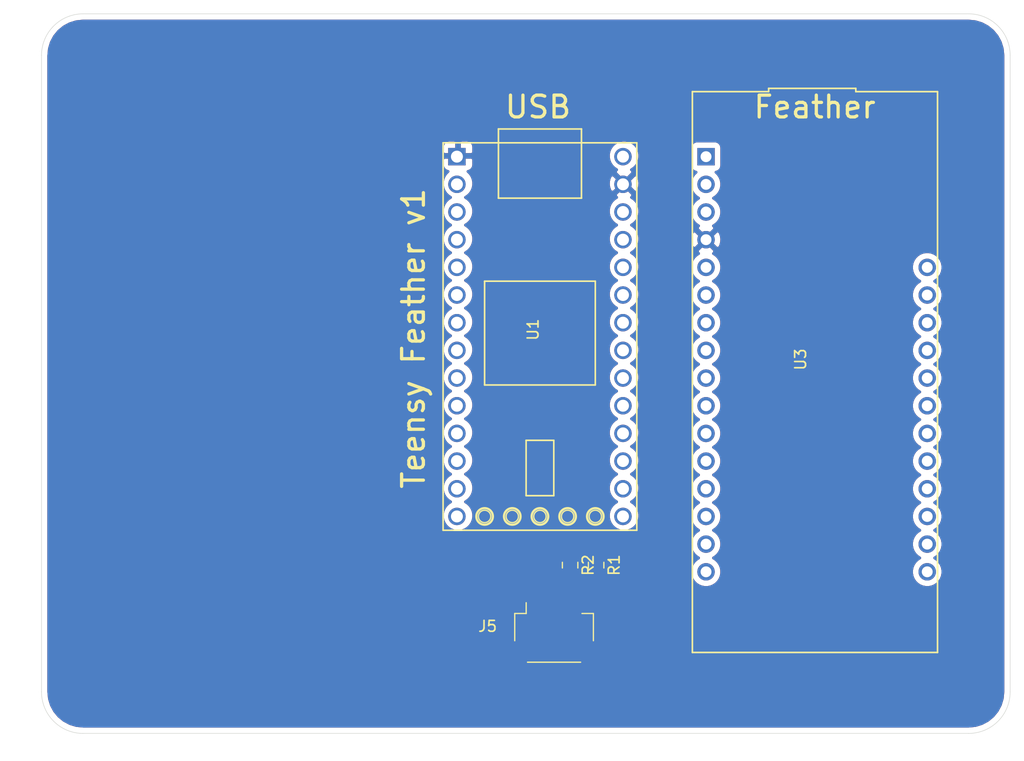
<source format=kicad_pcb>
(kicad_pcb (version 20171130) (host pcbnew "(5.1.5)-3")

  (general
    (thickness 1.6)
    (drawings 11)
    (tracks 0)
    (zones 0)
    (modules 5)
    (nets 35)
  )

  (page A4)
  (layers
    (0 F.Cu signal)
    (31 B.Cu signal)
    (32 B.Adhes user)
    (33 F.Adhes user)
    (34 B.Paste user)
    (35 F.Paste user)
    (36 B.SilkS user)
    (37 F.SilkS user)
    (38 B.Mask user)
    (39 F.Mask user)
    (40 Dwgs.User user)
    (41 Cmts.User user)
    (42 Eco1.User user)
    (43 Eco2.User user)
    (44 Edge.Cuts user)
    (45 Margin user)
    (46 B.CrtYd user hide)
    (47 F.CrtYd user hide)
    (48 B.Fab user hide)
    (49 F.Fab user hide)
  )

  (setup
    (last_trace_width 0.25)
    (user_trace_width 0.3)
    (user_trace_width 0.36)
    (user_trace_width 0.5)
    (user_trace_width 1)
    (user_trace_width 2)
    (trace_clearance 0.2)
    (zone_clearance 0.508)
    (zone_45_only no)
    (trace_min 0.2)
    (via_size 0.8)
    (via_drill 0.4)
    (via_min_size 0.4)
    (via_min_drill 0.3)
    (uvia_size 0.3)
    (uvia_drill 0.1)
    (uvias_allowed no)
    (uvia_min_size 0.2)
    (uvia_min_drill 0.1)
    (edge_width 0.05)
    (segment_width 0.2)
    (pcb_text_width 0.3)
    (pcb_text_size 1.5 1.5)
    (mod_edge_width 0.12)
    (mod_text_size 1 1)
    (mod_text_width 0.15)
    (pad_size 1.5 1.5)
    (pad_drill 0)
    (pad_to_mask_clearance 0.051)
    (aux_axis_origin 0 0)
    (visible_elements 7FFFFFFF)
    (pcbplotparams
      (layerselection 0x010fc_ffffffff)
      (usegerberextensions false)
      (usegerberattributes false)
      (usegerberadvancedattributes false)
      (creategerberjobfile false)
      (excludeedgelayer true)
      (linewidth 0.100000)
      (plotframeref false)
      (viasonmask false)
      (mode 1)
      (useauxorigin false)
      (hpglpennumber 1)
      (hpglpenspeed 20)
      (hpglpendiameter 15.000000)
      (psnegative false)
      (psa4output false)
      (plotreference true)
      (plotvalue true)
      (plotinvisibletext false)
      (padsonsilk false)
      (subtractmaskfromsilk false)
      (outputformat 1)
      (mirror false)
      (drillshape 0)
      (scaleselection 1)
      (outputdirectory "Gerbers/"))
  )

  (net 0 "")
  (net 1 +5V)
  (net 2 GND)
  (net 3 +3V3)
  (net 4 I2C_SDA)
  (net 5 I2C_SCL)
  (net 6 RCPWMSteering)
  (net 7 MI)
  (net 8 SCK)
  (net 9 D5)
  (net 10 D6)
  (net 11 TX)
  (net 12 D2)
  (net 13 D8)
  (net 14 D7)
  (net 15 "Net-(U1-Pad6)")
  (net 16 "Net-(U1-Pad5)")
  (net 17 RX)
  (net 18 A0)
  (net 19 A1)
  (net 20 "Net-(U1-Pad22)")
  (net 21 "Net-(U1-Pad23)")
  (net 22 "Net-(U1-Pad24)")
  (net 23 "Net-(U1-Pad25)")
  (net 24 "Net-(U3-Pad3)")
  (net 25 "Net-(U3-Pad1)")
  (net 26 "Net-(U3-Pad27)")
  (net 27 "Net-(U3-Pad28)")
  (net 28 "Net-(J5-Pad3)")
  (net 29 "Net-(J5-Pad4)")
  (net 30 D11)
  (net 31 D10)
  (net 32 D9)
  (net 33 A2)
  (net 34 A3)

  (net_class Default "This is the default net class."
    (clearance 0.2)
    (trace_width 0.25)
    (via_dia 0.8)
    (via_drill 0.4)
    (uvia_dia 0.3)
    (uvia_drill 0.1)
    (add_net +3V3)
    (add_net +5V)
    (add_net A0)
    (add_net A1)
    (add_net A2)
    (add_net A3)
    (add_net D10)
    (add_net D11)
    (add_net D2)
    (add_net D5)
    (add_net D6)
    (add_net D7)
    (add_net D8)
    (add_net D9)
    (add_net GND)
    (add_net I2C_SCL)
    (add_net I2C_SDA)
    (add_net MI)
    (add_net "Net-(J5-Pad3)")
    (add_net "Net-(J5-Pad4)")
    (add_net "Net-(U1-Pad22)")
    (add_net "Net-(U1-Pad23)")
    (add_net "Net-(U1-Pad24)")
    (add_net "Net-(U1-Pad25)")
    (add_net "Net-(U1-Pad5)")
    (add_net "Net-(U1-Pad6)")
    (add_net "Net-(U3-Pad1)")
    (add_net "Net-(U3-Pad27)")
    (add_net "Net-(U3-Pad28)")
    (add_net "Net-(U3-Pad3)")
    (add_net RCPWMSteering)
    (add_net RX)
    (add_net SCK)
    (add_net TX)
  )

  (module Connector_JST:JST_SH_SM05B-SRSS-TB_1x05-1MP_P1.00mm_Horizontal (layer F.Cu) (tedit 5B78AD87) (tstamp 61FBB7F3)
    (at 152.4508 145.7198)
    (descr "JST SH series connector, SM05B-SRSS-TB (http://www.jst-mfg.com/product/pdf/eng/eSH.pdf), generated with kicad-footprint-generator")
    (tags "connector JST SH top entry")
    (path /5FA762AC)
    (attr smd)
    (fp_text reference J5 (at -6.096 -0.6096) (layer F.SilkS)
      (effects (font (size 1 1) (thickness 0.15)))
    )
    (fp_text value I2C (at 0 3.98) (layer F.Fab)
      (effects (font (size 1 1) (thickness 0.15)))
    )
    (fp_line (start -3.5 -1.675) (end 3.5 -1.675) (layer F.Fab) (width 0.1))
    (fp_line (start -3.61 0.715) (end -3.61 -1.785) (layer F.SilkS) (width 0.12))
    (fp_line (start -3.61 -1.785) (end -2.56 -1.785) (layer F.SilkS) (width 0.12))
    (fp_line (start -2.56 -1.785) (end -2.56 -2.775) (layer F.SilkS) (width 0.12))
    (fp_line (start 3.61 0.715) (end 3.61 -1.785) (layer F.SilkS) (width 0.12))
    (fp_line (start 3.61 -1.785) (end 2.56 -1.785) (layer F.SilkS) (width 0.12))
    (fp_line (start -2.44 2.685) (end 2.44 2.685) (layer F.SilkS) (width 0.12))
    (fp_line (start -3.5 2.575) (end 3.5 2.575) (layer F.Fab) (width 0.1))
    (fp_line (start -3.5 -1.675) (end -3.5 2.575) (layer F.Fab) (width 0.1))
    (fp_line (start 3.5 -1.675) (end 3.5 2.575) (layer F.Fab) (width 0.1))
    (fp_line (start -4.4 -3.28) (end -4.4 3.28) (layer F.CrtYd) (width 0.05))
    (fp_line (start -4.4 3.28) (end 4.4 3.28) (layer F.CrtYd) (width 0.05))
    (fp_line (start 4.4 3.28) (end 4.4 -3.28) (layer F.CrtYd) (width 0.05))
    (fp_line (start 4.4 -3.28) (end -4.4 -3.28) (layer F.CrtYd) (width 0.05))
    (fp_line (start -2.5 -1.675) (end -2 -0.967893) (layer F.Fab) (width 0.1))
    (fp_line (start -2 -0.967893) (end -1.5 -1.675) (layer F.Fab) (width 0.1))
    (fp_text user %R (at 0 0) (layer F.Fab)
      (effects (font (size 1 1) (thickness 0.15)))
    )
    (pad 1 smd roundrect (at -2 -2) (size 0.6 1.55) (layers F.Cu F.Paste F.Mask) (roundrect_rratio 0.25)
      (net 2 GND))
    (pad 2 smd roundrect (at -1 -2) (size 0.6 1.55) (layers F.Cu F.Paste F.Mask) (roundrect_rratio 0.25)
      (net 3 +3V3))
    (pad 3 smd roundrect (at 0 -2) (size 0.6 1.55) (layers F.Cu F.Paste F.Mask) (roundrect_rratio 0.25)
      (net 28 "Net-(J5-Pad3)"))
    (pad 4 smd roundrect (at 1 -2) (size 0.6 1.55) (layers F.Cu F.Paste F.Mask) (roundrect_rratio 0.25)
      (net 29 "Net-(J5-Pad4)"))
    (pad 5 smd roundrect (at 2 -2) (size 0.6 1.55) (layers F.Cu F.Paste F.Mask) (roundrect_rratio 0.25))
    (pad MP smd roundrect (at -3.3 1.875) (size 1.2 1.8) (layers F.Cu F.Paste F.Mask) (roundrect_rratio 0.208333))
    (pad MP smd roundrect (at 3.3 1.875) (size 1.2 1.8) (layers F.Cu F.Paste F.Mask) (roundrect_rratio 0.208333))
    (model ${KISYS3DMOD}/Connector_JST.3dshapes/JST_SH_SM05B-SRSS-TB_1x05-1MP_P1.00mm_Horizontal.wrl
      (at (xyz 0 0 0))
      (scale (xyz 1 1 1))
      (rotate (xyz 0 0 0))
    )
  )

  (module "Useful Modifications:Feather_nRF52840" (layer F.Cu) (tedit 5FE15FDA) (tstamp 60472D64)
    (at 176.53 120.65 270)
    (path /6046C9DA)
    (fp_text reference U3 (at -0.03302 1.45542 90) (layer F.SilkS)
      (effects (font (size 1 1) (thickness 0.15)))
    )
    (fp_text value "OLED Feather" (at 0.254 -2.032 90) (layer F.Fab)
      (effects (font (size 1 1) (thickness 0.15)))
    )
    (fp_line (start 26.86094 11.38608) (end -24.6088 11.38608) (layer F.SilkS) (width 0.15))
    (fp_line (start 26.86094 -11.11392) (end -24.6088 -11.11392) (layer F.SilkS) (width 0.15))
    (fp_line (start 26.86094 11.38608) (end 26.86094 -11.11392) (layer F.SilkS) (width 0.15))
    (fp_line (start -24.90852 -3.61392) (end -24.90852 4.38608) (layer F.SilkS) (width 0.15))
    (fp_line (start -24.6088 11.38608) (end -24.6088 4.38608) (layer F.SilkS) (width 0.15))
    (fp_line (start -24.6088 4.38608) (end -24.90852 4.38608) (layer F.SilkS) (width 0.15))
    (fp_line (start -24.6088 -3.61392) (end -24.90852 -3.61392) (layer F.SilkS) (width 0.15))
    (fp_line (start -24.6088 -3.61392) (end -24.6088 -11.11392) (layer F.SilkS) (width 0.15))
    (pad 14 thru_hole circle (at 14.37894 10.13206 270) (size 1.6 1.6) (drill 1) (layers *.Cu *.Mask)
      (net 17 RX))
    (pad 13 thru_hole circle (at 11.83894 10.13206 270) (size 1.6 1.6) (drill 1) (layers *.Cu *.Mask)
      (net 7 MI))
    (pad 12 thru_hole circle (at 9.29894 10.13206 270) (size 1.6 1.6) (drill 1) (layers *.Cu *.Mask)
      (net 6 RCPWMSteering))
    (pad 11 thru_hole circle (at 6.75894 10.13206 270) (size 1.6 1.6) (drill 1) (layers *.Cu *.Mask)
      (net 8 SCK))
    (pad 10 thru_hole circle (at 4.21894 10.13206 270) (size 1.6 1.6) (drill 1) (layers *.Cu *.Mask)
      (net 5 I2C_SCL))
    (pad 9 thru_hole circle (at 1.67894 10.13206 270) (size 1.6 1.6) (drill 1) (layers *.Cu *.Mask)
      (net 4 I2C_SDA))
    (pad 8 thru_hole circle (at -0.86106 10.13206 270) (size 1.6 1.6) (drill 1) (layers *.Cu *.Mask)
      (net 34 A3))
    (pad 7 thru_hole circle (at -3.40106 10.13206 270) (size 1.6 1.6) (drill 1) (layers *.Cu *.Mask)
      (net 33 A2))
    (pad 6 thru_hole circle (at -5.94106 10.13206 270) (size 1.6 1.6) (drill 1) (layers *.Cu *.Mask)
      (net 19 A1))
    (pad 5 thru_hole circle (at -8.48106 10.13206 270) (size 1.6 1.6) (drill 1) (layers *.Cu *.Mask)
      (net 18 A0))
    (pad 4 thru_hole circle (at -11.02106 10.13206 270) (size 1.6 1.6) (drill 1) (layers *.Cu *.Mask)
      (net 2 GND))
    (pad 3 thru_hole circle (at -13.56106 10.13206 270) (size 1.6 1.6) (drill 1) (layers *.Cu *.Mask)
      (net 24 "Net-(U3-Pad3)"))
    (pad 2 thru_hole circle (at -16.10106 10.13206 270) (size 1.6 1.6) (drill 1) (layers *.Cu *.Mask)
      (net 3 +3V3))
    (pad 1 thru_hole rect (at -18.64106 10.13206 270) (size 1.6 1.6) (drill 1) (layers *.Cu *.Mask)
      (net 25 "Net-(U3-Pad1)"))
    (pad 17 thru_hole circle (at 19.45894 -10.16794 270) (size 1.6 1.6) (drill 1) (layers *.Cu *.Mask)
      (net 4 I2C_SDA))
    (pad 18 thru_hole circle (at 16.91894 -10.16794 270) (size 1.6 1.6) (drill 1) (layers *.Cu *.Mask)
      (net 5 I2C_SCL))
    (pad 19 thru_hole circle (at 14.37894 -10.16794 270) (size 1.6 1.6) (drill 1) (layers *.Cu *.Mask)
      (net 9 D5))
    (pad 20 thru_hole circle (at 11.83894 -10.16794 270) (size 1.6 1.6) (drill 1) (layers *.Cu *.Mask)
      (net 10 D6))
    (pad 21 thru_hole circle (at 9.29894 -10.16794 270) (size 1.6 1.6) (drill 1) (layers *.Cu *.Mask)
      (net 32 D9))
    (pad 22 thru_hole circle (at 6.75894 -10.16794 270) (size 1.6 1.6) (drill 1) (layers *.Cu *.Mask)
      (net 31 D10))
    (pad 23 thru_hole circle (at 4.21894 -10.16794 270) (size 1.6 1.6) (drill 1) (layers *.Cu *.Mask)
      (net 30 D11))
    (pad 24 thru_hole circle (at 1.67894 -10.16794 270) (size 1.6 1.6) (drill 1) (layers *.Cu *.Mask)
      (net 7 MI))
    (pad 25 thru_hole circle (at -0.86106 -10.16794 270) (size 1.6 1.6) (drill 1) (layers *.Cu *.Mask)
      (net 8 SCK))
    (pad 26 thru_hole circle (at -3.40106 -10.16794 270) (size 1.6 1.6) (drill 1) (layers *.Cu *.Mask)
      (net 1 +5V))
    (pad 27 thru_hole circle (at -5.94106 -10.16794 270) (size 1.6 1.6) (drill 1) (layers *.Cu *.Mask)
      (net 26 "Net-(U3-Pad27)"))
    (pad 28 thru_hole circle (at -8.48106 -10.16794 270) (size 1.6 1.6) (drill 1) (layers *.Cu *.Mask)
      (net 27 "Net-(U3-Pad28)"))
    (pad 15 thru_hole circle (at 16.91894 10.13206 270) (size 1.6 1.6) (drill 1) (layers *.Cu *.Mask)
      (net 11 TX))
    (pad 16 thru_hole circle (at 19.45894 10.13206 270) (size 1.6 1.6) (drill 1) (layers *.Cu *.Mask)
      (net 12 D2))
  )

  (module "Useful Modifications:Teensy40_NoMid" (layer F.Cu) (tedit 5D5DDE48) (tstamp 60F4D4F5)
    (at 151.0284 118.0084 270)
    (path /60F91404)
    (fp_text reference U1 (at -0.127 0.508 90) (layer F.SilkS)
      (effects (font (size 1 1) (thickness 0.15)))
    )
    (fp_text value Teensy4.0_NoMid (at 0.254 -2.032 90) (layer F.Fab)
      (effects (font (size 1 1) (thickness 0.15)))
    )
    (fp_line (start 4.953 4.953) (end 4.953 -5.207) (layer F.SilkS) (width 0.15))
    (fp_line (start -4.572 -5.207) (end -4.572 4.953) (layer F.SilkS) (width 0.15))
    (fp_line (start -4.572 4.953) (end 4.953 4.953) (layer F.SilkS) (width 0.15))
    (fp_line (start -4.572 -5.207) (end 4.953 -5.207) (layer F.SilkS) (width 0.15))
    (fp_line (start 18.288 -9.017) (end -17.272 -9.017) (layer F.SilkS) (width 0.15))
    (fp_line (start -17.272 8.763) (end 18.288 8.763) (layer F.SilkS) (width 0.15))
    (fp_line (start -17.272 3.683) (end -18.542 3.683) (layer F.SilkS) (width 0.15))
    (fp_line (start -18.542 3.683) (end -18.542 -3.937) (layer F.SilkS) (width 0.15))
    (fp_line (start -18.542 -3.937) (end -17.272 -3.937) (layer F.SilkS) (width 0.15))
    (fp_line (start -12.192 3.683) (end -12.192 -3.937) (layer F.SilkS) (width 0.15))
    (fp_line (start -12.192 -3.937) (end -17.272 -3.937) (layer F.SilkS) (width 0.15))
    (fp_line (start -12.192 3.683) (end -17.272 3.683) (layer F.SilkS) (width 0.15))
    (fp_line (start 10.033 -1.397) (end 15.113 -1.397) (layer F.SilkS) (width 0.15))
    (fp_line (start 15.113 -1.397) (end 15.113 1.143) (layer F.SilkS) (width 0.15))
    (fp_line (start 15.113 1.143) (end 10.033 1.143) (layer F.SilkS) (width 0.15))
    (fp_line (start 10.033 1.143) (end 10.033 -1.397) (layer F.SilkS) (width 0.15))
    (fp_line (start 18.288 -9.017) (end 18.288 8.763) (layer F.SilkS) (width 0.15))
    (fp_line (start -17.272 8.763) (end -17.272 -9.017) (layer F.SilkS) (width 0.15))
    (fp_circle (center 17.018 -5.207) (end 17.526 -4.953) (layer F.SilkS) (width 0.12))
    (fp_circle (center 17.018 -5.207) (end 17.272 -4.445) (layer F.SilkS) (width 0.12))
    (fp_circle (center 17.018 -5.207) (end 17.526 -4.699) (layer F.SilkS) (width 0.12))
    (fp_circle (center 17.018 -2.667) (end 17.526 -2.413) (layer F.SilkS) (width 0.12))
    (fp_circle (center 17.018 -2.667) (end 17.272 -1.905) (layer F.SilkS) (width 0.12))
    (fp_circle (center 17.018 -2.667) (end 17.526 -2.159) (layer F.SilkS) (width 0.12))
    (fp_circle (center 17.018 -0.127) (end 17.526 0.127) (layer F.SilkS) (width 0.12))
    (fp_circle (center 17.018 -0.127) (end 17.272 0.635) (layer F.SilkS) (width 0.12))
    (fp_circle (center 17.018 -0.127) (end 17.526 0.381) (layer F.SilkS) (width 0.12))
    (fp_circle (center 17.018 2.413) (end 17.526 2.667) (layer F.SilkS) (width 0.12))
    (fp_circle (center 17.018 2.413) (end 17.272 3.175) (layer F.SilkS) (width 0.12))
    (fp_circle (center 17.018 2.413) (end 17.526 2.921) (layer F.SilkS) (width 0.12))
    (fp_circle (center 17.018 4.953) (end 17.526 5.207) (layer F.SilkS) (width 0.12))
    (fp_circle (center 17.018 4.953) (end 17.272 5.715) (layer F.SilkS) (width 0.12))
    (fp_circle (center 17.018 4.953) (end 17.526 5.461) (layer F.SilkS) (width 0.12))
    (pad 14 thru_hole circle (at 17.018 7.493 270) (size 1.6 1.6) (drill 1.1) (layers *.Cu *.Mask)
      (net 7 MI))
    (pad 13 thru_hole circle (at 14.478 7.493 270) (size 1.6 1.6) (drill 1.1) (layers *.Cu *.Mask)
      (net 30 D11))
    (pad 12 thru_hole circle (at 11.938 7.493 270) (size 1.6 1.6) (drill 1.1) (layers *.Cu *.Mask)
      (net 31 D10))
    (pad 11 thru_hole circle (at 9.398 7.493 270) (size 1.6 1.6) (drill 1.1) (layers *.Cu *.Mask)
      (net 32 D9))
    (pad 10 thru_hole circle (at 6.858 7.493 270) (size 1.6 1.6) (drill 1.1) (layers *.Cu *.Mask)
      (net 13 D8))
    (pad 9 thru_hole circle (at 4.318 7.493 270) (size 1.6 1.6) (drill 1.1) (layers *.Cu *.Mask)
      (net 14 D7))
    (pad 8 thru_hole circle (at 1.778 7.493 270) (size 1.6 1.6) (drill 1.1) (layers *.Cu *.Mask)
      (net 10 D6))
    (pad 7 thru_hole circle (at -0.762 7.493 270) (size 1.6 1.6) (drill 1.1) (layers *.Cu *.Mask)
      (net 9 D5))
    (pad 6 thru_hole circle (at -3.302 7.493 270) (size 1.6 1.6) (drill 1.1) (layers *.Cu *.Mask)
      (net 15 "Net-(U1-Pad6)"))
    (pad 5 thru_hole circle (at -5.842 7.493 270) (size 1.6 1.6) (drill 1.1) (layers *.Cu *.Mask)
      (net 16 "Net-(U1-Pad5)"))
    (pad 4 thru_hole circle (at -8.382 7.493 270) (size 1.6 1.6) (drill 1.1) (layers *.Cu *.Mask)
      (net 12 D2))
    (pad 3 thru_hole circle (at -10.922 7.493 270) (size 1.6 1.6) (drill 1.1) (layers *.Cu *.Mask)
      (net 11 TX))
    (pad 2 thru_hole circle (at -13.462 7.493 270) (size 1.6 1.6) (drill 1.1) (layers *.Cu *.Mask)
      (net 17 RX))
    (pad 1 thru_hole rect (at -16.002 7.493 270) (size 1.6 1.6) (drill 1.1) (layers *.Cu *.Mask)
      (net 2 GND))
    (pad 15 thru_hole circle (at 17.018 -7.747 270) (size 1.6 1.6) (drill 1.1) (layers *.Cu *.Mask)
      (net 8 SCK))
    (pad 16 thru_hole circle (at 14.478 -7.747 270) (size 1.6 1.6) (drill 1.1) (layers *.Cu *.Mask)
      (net 18 A0))
    (pad 17 thru_hole circle (at 11.938 -7.747 270) (size 1.6 1.6) (drill 1.1) (layers *.Cu *.Mask)
      (net 19 A1))
    (pad 18 thru_hole circle (at 9.398 -7.747 270) (size 1.6 1.6) (drill 1.1) (layers *.Cu *.Mask)
      (net 33 A2))
    (pad 19 thru_hole circle (at 6.858 -7.747 270) (size 1.6 1.6) (drill 1.1) (layers *.Cu *.Mask)
      (net 34 A3))
    (pad 20 thru_hole circle (at 4.318 -7.747 270) (size 1.6 1.6) (drill 1.1) (layers *.Cu *.Mask)
      (net 4 I2C_SDA))
    (pad 21 thru_hole circle (at 1.778 -7.747 270) (size 1.6 1.6) (drill 1.1) (layers *.Cu *.Mask)
      (net 5 I2C_SCL))
    (pad 22 thru_hole circle (at -0.762 -7.747 270) (size 1.6 1.6) (drill 1.1) (layers *.Cu *.Mask)
      (net 20 "Net-(U1-Pad22)"))
    (pad 23 thru_hole circle (at -3.302 -7.747 270) (size 1.6 1.6) (drill 1.1) (layers *.Cu *.Mask)
      (net 21 "Net-(U1-Pad23)"))
    (pad 24 thru_hole circle (at -5.842 -7.747 270) (size 1.6 1.6) (drill 1.1) (layers *.Cu *.Mask)
      (net 22 "Net-(U1-Pad24)"))
    (pad 25 thru_hole circle (at -8.382 -7.747 270) (size 1.6 1.6) (drill 1.1) (layers *.Cu *.Mask)
      (net 23 "Net-(U1-Pad25)"))
    (pad 26 thru_hole circle (at -10.922 -7.747 270) (size 1.6 1.6) (drill 1.1) (layers *.Cu *.Mask)
      (net 3 +3V3))
    (pad 27 thru_hole circle (at -13.462 -7.747 270) (size 1.6 1.6) (drill 1.1) (layers *.Cu *.Mask)
      (net 2 GND))
    (pad 28 thru_hole circle (at -16.002 -7.747 270) (size 1.6 1.6) (drill 1.1) (layers *.Cu *.Mask)
      (net 1 +5V))
  )

  (module Resistor_SMD:R_0805_2012Metric_Pad1.15x1.40mm_HandSolder (layer F.Cu) (tedit 5B36C52B) (tstamp 61FBB81E)
    (at 156.3116 139.4968 270)
    (descr "Resistor SMD 0805 (2012 Metric), square (rectangular) end terminal, IPC_7351 nominal with elongated pad for handsoldering. (Body size source: https://docs.google.com/spreadsheets/d/1BsfQQcO9C6DZCsRaXUlFlo91Tg2WpOkGARC1WS5S8t0/edit?usp=sharing), generated with kicad-footprint-generator")
    (tags "resistor handsolder")
    (path /61FC07E2)
    (attr smd)
    (fp_text reference R1 (at 0 -1.65 90) (layer F.SilkS)
      (effects (font (size 1 1) (thickness 0.15)))
    )
    (fp_text value 10K (at 0 1.65 90) (layer F.Fab)
      (effects (font (size 1 1) (thickness 0.15)))
    )
    (fp_text user %R (at 0 0 90) (layer F.Fab)
      (effects (font (size 0.5 0.5) (thickness 0.08)))
    )
    (fp_line (start 1.85 0.95) (end -1.85 0.95) (layer F.CrtYd) (width 0.05))
    (fp_line (start 1.85 -0.95) (end 1.85 0.95) (layer F.CrtYd) (width 0.05))
    (fp_line (start -1.85 -0.95) (end 1.85 -0.95) (layer F.CrtYd) (width 0.05))
    (fp_line (start -1.85 0.95) (end -1.85 -0.95) (layer F.CrtYd) (width 0.05))
    (fp_line (start -0.261252 0.71) (end 0.261252 0.71) (layer F.SilkS) (width 0.12))
    (fp_line (start -0.261252 -0.71) (end 0.261252 -0.71) (layer F.SilkS) (width 0.12))
    (fp_line (start 1 0.6) (end -1 0.6) (layer F.Fab) (width 0.1))
    (fp_line (start 1 -0.6) (end 1 0.6) (layer F.Fab) (width 0.1))
    (fp_line (start -1 -0.6) (end 1 -0.6) (layer F.Fab) (width 0.1))
    (fp_line (start -1 0.6) (end -1 -0.6) (layer F.Fab) (width 0.1))
    (pad 2 smd roundrect (at 1.025 0 270) (size 1.15 1.4) (layers F.Cu F.Paste F.Mask) (roundrect_rratio 0.217391)
      (net 29 "Net-(J5-Pad4)"))
    (pad 1 smd roundrect (at -1.025 0 270) (size 1.15 1.4) (layers F.Cu F.Paste F.Mask) (roundrect_rratio 0.217391)
      (net 5 I2C_SCL))
    (model ${KISYS3DMOD}/Resistor_SMD.3dshapes/R_0805_2012Metric.wrl
      (at (xyz 0 0 0))
      (scale (xyz 1 1 1))
      (rotate (xyz 0 0 0))
    )
  )

  (module Resistor_SMD:R_0805_2012Metric_Pad1.15x1.40mm_HandSolder (layer F.Cu) (tedit 5B36C52B) (tstamp 61FBB82F)
    (at 153.924 139.4968 270)
    (descr "Resistor SMD 0805 (2012 Metric), square (rectangular) end terminal, IPC_7351 nominal with elongated pad for handsoldering. (Body size source: https://docs.google.com/spreadsheets/d/1BsfQQcO9C6DZCsRaXUlFlo91Tg2WpOkGARC1WS5S8t0/edit?usp=sharing), generated with kicad-footprint-generator")
    (tags "resistor handsolder")
    (path /61FBBBDB)
    (attr smd)
    (fp_text reference R2 (at 0 -1.65 90) (layer F.SilkS)
      (effects (font (size 1 1) (thickness 0.15)))
    )
    (fp_text value 10K (at 0 1.65 90) (layer F.Fab)
      (effects (font (size 1 1) (thickness 0.15)))
    )
    (fp_line (start -1 0.6) (end -1 -0.6) (layer F.Fab) (width 0.1))
    (fp_line (start -1 -0.6) (end 1 -0.6) (layer F.Fab) (width 0.1))
    (fp_line (start 1 -0.6) (end 1 0.6) (layer F.Fab) (width 0.1))
    (fp_line (start 1 0.6) (end -1 0.6) (layer F.Fab) (width 0.1))
    (fp_line (start -0.261252 -0.71) (end 0.261252 -0.71) (layer F.SilkS) (width 0.12))
    (fp_line (start -0.261252 0.71) (end 0.261252 0.71) (layer F.SilkS) (width 0.12))
    (fp_line (start -1.85 0.95) (end -1.85 -0.95) (layer F.CrtYd) (width 0.05))
    (fp_line (start -1.85 -0.95) (end 1.85 -0.95) (layer F.CrtYd) (width 0.05))
    (fp_line (start 1.85 -0.95) (end 1.85 0.95) (layer F.CrtYd) (width 0.05))
    (fp_line (start 1.85 0.95) (end -1.85 0.95) (layer F.CrtYd) (width 0.05))
    (fp_text user %R (at 0 0 90) (layer F.Fab)
      (effects (font (size 0.5 0.5) (thickness 0.08)))
    )
    (pad 1 smd roundrect (at -1.025 0 270) (size 1.15 1.4) (layers F.Cu F.Paste F.Mask) (roundrect_rratio 0.217391)
      (net 4 I2C_SDA))
    (pad 2 smd roundrect (at 1.025 0 270) (size 1.15 1.4) (layers F.Cu F.Paste F.Mask) (roundrect_rratio 0.217391)
      (net 28 "Net-(J5-Pad3)"))
    (model ${KISYS3DMOD}/Resistor_SMD.3dshapes/R_0805_2012Metric.wrl
      (at (xyz 0 0 0))
      (scale (xyz 1 1 1))
      (rotate (xyz 0 0 0))
    )
  )

  (gr_arc (start 190.5 151.13) (end 190.5 154.94) (angle -90) (layer Edge.Cuts) (width 0.05))
  (gr_arc (start 109.22 92.71) (end 109.22 88.9) (angle -90) (layer Edge.Cuts) (width 0.05))
  (gr_arc (start 190.5 92.71) (end 194.31 92.71) (angle -90) (layer Edge.Cuts) (width 0.05))
  (gr_arc (start 109.22 151.13) (end 105.41 151.13) (angle -90) (layer Edge.Cuts) (width 0.05))
  (gr_line (start 105.41 92.71) (end 105.41 151.13) (layer Edge.Cuts) (width 0.05) (tstamp 6047416F))
  (gr_line (start 190.5 88.9) (end 109.22 88.9) (layer Edge.Cuts) (width 0.05))
  (gr_line (start 194.31 151.13) (end 194.31 92.71) (layer Edge.Cuts) (width 0.05))
  (gr_line (start 109.22 154.94) (end 190.5 154.94) (layer Edge.Cuts) (width 0.05))
  (gr_text Feather (at 176.375 97.45) (layer F.SilkS) (tstamp 60473836)
    (effects (font (size 2 2) (thickness 0.3)))
  )
  (gr_text USB (at 150.975 97.45) (layer F.SilkS)
    (effects (font (size 2 2) (thickness 0.3)))
  )
  (gr_text "Teensy Feather v1" (at 139.5476 118.6942 90) (layer F.SilkS)
    (effects (font (size 2 2) (thickness 0.3)))
  )

  (zone (net 2) (net_name GND) (layer B.Cu) (tstamp 604745DC) (hatch edge 0.508)
    (connect_pads (clearance 0.508))
    (min_thickness 0.254)
    (fill yes (arc_segments 32) (thermal_gap 0.508) (thermal_bridge_width 0.508))
    (polygon
      (pts
        (xy 195.58 157.48) (xy 102.87 157.48) (xy 101.6 87.63) (xy 195.58 87.63)
      )
    )
    (filled_polygon
      (pts
        (xy 191.111222 89.623096) (xy 191.699164 89.800606) (xy 192.241436 90.088937) (xy 192.717364 90.477094) (xy 193.108845 90.950314)
        (xy 193.400951 91.490552) (xy 193.582563 92.077244) (xy 193.650001 92.718888) (xy 193.65 151.097721) (xy 193.586904 151.741221)
        (xy 193.409394 152.329164) (xy 193.121063 152.871436) (xy 192.732906 153.347364) (xy 192.259686 153.738845) (xy 191.719449 154.03095)
        (xy 191.132756 154.212563) (xy 190.49113 154.28) (xy 109.252279 154.28) (xy 108.608779 154.216904) (xy 108.020836 154.039394)
        (xy 107.478564 153.751063) (xy 107.002636 153.362906) (xy 106.611155 152.889686) (xy 106.31905 152.349449) (xy 106.137437 151.762756)
        (xy 106.07 151.12113) (xy 106.07 102.73782) (xy 142.198928 102.73782) (xy 142.211188 102.862302) (xy 142.247498 102.982)
        (xy 142.306463 103.092314) (xy 142.385815 103.189005) (xy 142.482506 103.268357) (xy 142.59282 103.327322) (xy 142.712518 103.363632)
        (xy 142.720961 103.364463) (xy 142.522363 103.563061) (xy 142.36532 103.798093) (xy 142.257147 104.059246) (xy 142.202 104.336485)
        (xy 142.202 104.619155) (xy 142.257147 104.896394) (xy 142.36532 105.157547) (xy 142.522363 105.392579) (xy 142.722241 105.592457)
        (xy 142.954759 105.74782) (xy 142.722241 105.903183) (xy 142.522363 106.103061) (xy 142.36532 106.338093) (xy 142.257147 106.599246)
        (xy 142.202 106.876485) (xy 142.202 107.159155) (xy 142.257147 107.436394) (xy 142.36532 107.697547) (xy 142.522363 107.932579)
        (xy 142.722241 108.132457) (xy 142.954759 108.28782) (xy 142.722241 108.443183) (xy 142.522363 108.643061) (xy 142.36532 108.878093)
        (xy 142.257147 109.139246) (xy 142.202 109.416485) (xy 142.202 109.699155) (xy 142.257147 109.976394) (xy 142.36532 110.237547)
        (xy 142.522363 110.472579) (xy 142.722241 110.672457) (xy 142.954759 110.82782) (xy 142.722241 110.983183) (xy 142.522363 111.183061)
        (xy 142.36532 111.418093) (xy 142.257147 111.679246) (xy 142.202 111.956485) (xy 142.202 112.239155) (xy 142.257147 112.516394)
        (xy 142.36532 112.777547) (xy 142.522363 113.012579) (xy 142.722241 113.212457) (xy 142.954759 113.36782) (xy 142.722241 113.523183)
        (xy 142.522363 113.723061) (xy 142.36532 113.958093) (xy 142.257147 114.219246) (xy 142.202 114.496485) (xy 142.202 114.779155)
        (xy 142.257147 115.056394) (xy 142.36532 115.317547) (xy 142.522363 115.552579) (xy 142.722241 115.752457) (xy 142.954759 115.90782)
        (xy 142.722241 116.063183) (xy 142.522363 116.263061) (xy 142.36532 116.498093) (xy 142.257147 116.759246) (xy 142.202 117.036485)
        (xy 142.202 117.319155) (xy 142.257147 117.596394) (xy 142.36532 117.857547) (xy 142.522363 118.092579) (xy 142.722241 118.292457)
        (xy 142.954759 118.44782) (xy 142.722241 118.603183) (xy 142.522363 118.803061) (xy 142.36532 119.038093) (xy 142.257147 119.299246)
        (xy 142.202 119.576485) (xy 142.202 119.859155) (xy 142.257147 120.136394) (xy 142.36532 120.397547) (xy 142.522363 120.632579)
        (xy 142.722241 120.832457) (xy 142.954759 120.98782) (xy 142.722241 121.143183) (xy 142.522363 121.343061) (xy 142.36532 121.578093)
        (xy 142.257147 121.839246) (xy 142.202 122.116485) (xy 142.202 122.399155) (xy 142.257147 122.676394) (xy 142.36532 122.937547)
        (xy 142.522363 123.172579) (xy 142.722241 123.372457) (xy 142.954759 123.52782) (xy 142.722241 123.683183) (xy 142.522363 123.883061)
        (xy 142.36532 124.118093) (xy 142.257147 124.379246) (xy 142.202 124.656485) (xy 142.202 124.939155) (xy 142.257147 125.216394)
        (xy 142.36532 125.477547) (xy 142.522363 125.712579) (xy 142.722241 125.912457) (xy 142.954759 126.06782) (xy 142.722241 126.223183)
        (xy 142.522363 126.423061) (xy 142.36532 126.658093) (xy 142.257147 126.919246) (xy 142.202 127.196485) (xy 142.202 127.479155)
        (xy 142.257147 127.756394) (xy 142.36532 128.017547) (xy 142.522363 128.252579) (xy 142.722241 128.452457) (xy 142.954759 128.60782)
        (xy 142.722241 128.763183) (xy 142.522363 128.963061) (xy 142.36532 129.198093) (xy 142.257147 129.459246) (xy 142.202 129.736485)
        (xy 142.202 130.019155) (xy 142.257147 130.296394) (xy 142.36532 130.557547) (xy 142.522363 130.792579) (xy 142.722241 130.992457)
        (xy 142.954759 131.14782) (xy 142.722241 131.303183) (xy 142.522363 131.503061) (xy 142.36532 131.738093) (xy 142.257147 131.999246)
        (xy 142.202 132.276485) (xy 142.202 132.559155) (xy 142.257147 132.836394) (xy 142.36532 133.097547) (xy 142.522363 133.332579)
        (xy 142.722241 133.532457) (xy 142.954759 133.68782) (xy 142.722241 133.843183) (xy 142.522363 134.043061) (xy 142.36532 134.278093)
        (xy 142.257147 134.539246) (xy 142.202 134.816485) (xy 142.202 135.099155) (xy 142.257147 135.376394) (xy 142.36532 135.637547)
        (xy 142.522363 135.872579) (xy 142.722241 136.072457) (xy 142.957273 136.2295) (xy 143.218426 136.337673) (xy 143.495665 136.39282)
        (xy 143.778335 136.39282) (xy 144.055574 136.337673) (xy 144.316727 136.2295) (xy 144.551759 136.072457) (xy 144.751637 135.872579)
        (xy 144.90868 135.637547) (xy 145.016853 135.376394) (xy 145.072 135.099155) (xy 145.072 134.816485) (xy 145.016853 134.539246)
        (xy 144.90868 134.278093) (xy 144.751637 134.043061) (xy 144.551759 133.843183) (xy 144.319241 133.68782) (xy 144.551759 133.532457)
        (xy 144.751637 133.332579) (xy 144.90868 133.097547) (xy 145.016853 132.836394) (xy 145.072 132.559155) (xy 145.072 132.276485)
        (xy 145.016853 131.999246) (xy 144.90868 131.738093) (xy 144.751637 131.503061) (xy 144.551759 131.303183) (xy 144.319241 131.14782)
        (xy 144.551759 130.992457) (xy 144.751637 130.792579) (xy 144.90868 130.557547) (xy 145.016853 130.296394) (xy 145.072 130.019155)
        (xy 145.072 129.736485) (xy 145.016853 129.459246) (xy 144.90868 129.198093) (xy 144.751637 128.963061) (xy 144.551759 128.763183)
        (xy 144.319241 128.60782) (xy 144.551759 128.452457) (xy 144.751637 128.252579) (xy 144.90868 128.017547) (xy 145.016853 127.756394)
        (xy 145.072 127.479155) (xy 145.072 127.196485) (xy 145.016853 126.919246) (xy 144.90868 126.658093) (xy 144.751637 126.423061)
        (xy 144.551759 126.223183) (xy 144.319241 126.06782) (xy 144.551759 125.912457) (xy 144.751637 125.712579) (xy 144.90868 125.477547)
        (xy 145.016853 125.216394) (xy 145.072 124.939155) (xy 145.072 124.656485) (xy 145.016853 124.379246) (xy 144.90868 124.118093)
        (xy 144.751637 123.883061) (xy 144.551759 123.683183) (xy 144.319241 123.52782) (xy 144.551759 123.372457) (xy 144.751637 123.172579)
        (xy 144.90868 122.937547) (xy 145.016853 122.676394) (xy 145.072 122.399155) (xy 145.072 122.116485) (xy 145.016853 121.839246)
        (xy 144.90868 121.578093) (xy 144.751637 121.343061) (xy 144.551759 121.143183) (xy 144.319241 120.98782) (xy 144.551759 120.832457)
        (xy 144.751637 120.632579) (xy 144.90868 120.397547) (xy 145.016853 120.136394) (xy 145.072 119.859155) (xy 145.072 119.576485)
        (xy 145.016853 119.299246) (xy 144.90868 119.038093) (xy 144.751637 118.803061) (xy 144.551759 118.603183) (xy 144.319241 118.44782)
        (xy 144.551759 118.292457) (xy 144.751637 118.092579) (xy 144.90868 117.857547) (xy 145.016853 117.596394) (xy 145.072 117.319155)
        (xy 145.072 117.036485) (xy 145.016853 116.759246) (xy 144.90868 116.498093) (xy 144.751637 116.263061) (xy 144.551759 116.063183)
        (xy 144.319241 115.90782) (xy 144.551759 115.752457) (xy 144.751637 115.552579) (xy 144.90868 115.317547) (xy 145.016853 115.056394)
        (xy 145.072 114.779155) (xy 145.072 114.496485) (xy 145.016853 114.219246) (xy 144.90868 113.958093) (xy 144.751637 113.723061)
        (xy 144.551759 113.523183) (xy 144.319241 113.36782) (xy 144.551759 113.212457) (xy 144.751637 113.012579) (xy 144.90868 112.777547)
        (xy 145.016853 112.516394) (xy 145.072 112.239155) (xy 145.072 111.956485) (xy 145.016853 111.679246) (xy 144.90868 111.418093)
        (xy 144.751637 111.183061) (xy 144.551759 110.983183) (xy 144.319241 110.82782) (xy 144.551759 110.672457) (xy 144.751637 110.472579)
        (xy 144.90868 110.237547) (xy 145.016853 109.976394) (xy 145.072 109.699155) (xy 145.072 109.416485) (xy 145.016853 109.139246)
        (xy 144.90868 108.878093) (xy 144.751637 108.643061) (xy 144.551759 108.443183) (xy 144.319241 108.28782) (xy 144.551759 108.132457)
        (xy 144.751637 107.932579) (xy 144.90868 107.697547) (xy 145.016853 107.436394) (xy 145.072 107.159155) (xy 145.072 106.876485)
        (xy 157.442 106.876485) (xy 157.442 107.159155) (xy 157.497147 107.436394) (xy 157.60532 107.697547) (xy 157.762363 107.932579)
        (xy 157.962241 108.132457) (xy 158.194759 108.28782) (xy 157.962241 108.443183) (xy 157.762363 108.643061) (xy 157.60532 108.878093)
        (xy 157.497147 109.139246) (xy 157.442 109.416485) (xy 157.442 109.699155) (xy 157.497147 109.976394) (xy 157.60532 110.237547)
        (xy 157.762363 110.472579) (xy 157.962241 110.672457) (xy 158.194759 110.82782) (xy 157.962241 110.983183) (xy 157.762363 111.183061)
        (xy 157.60532 111.418093) (xy 157.497147 111.679246) (xy 157.442 111.956485) (xy 157.442 112.239155) (xy 157.497147 112.516394)
        (xy 157.60532 112.777547) (xy 157.762363 113.012579) (xy 157.962241 113.212457) (xy 158.194759 113.36782) (xy 157.962241 113.523183)
        (xy 157.762363 113.723061) (xy 157.60532 113.958093) (xy 157.497147 114.219246) (xy 157.442 114.496485) (xy 157.442 114.779155)
        (xy 157.497147 115.056394) (xy 157.60532 115.317547) (xy 157.762363 115.552579) (xy 157.962241 115.752457) (xy 158.194759 115.90782)
        (xy 157.962241 116.063183) (xy 157.762363 116.263061) (xy 157.60532 116.498093) (xy 157.497147 116.759246) (xy 157.442 117.036485)
        (xy 157.442 117.319155) (xy 157.497147 117.596394) (xy 157.60532 117.857547) (xy 157.762363 118.092579) (xy 157.962241 118.292457)
        (xy 158.194759 118.44782) (xy 157.962241 118.603183) (xy 157.762363 118.803061) (xy 157.60532 119.038093) (xy 157.497147 119.299246)
        (xy 157.442 119.576485) (xy 157.442 119.859155) (xy 157.497147 120.136394) (xy 157.60532 120.397547) (xy 157.762363 120.632579)
        (xy 157.962241 120.832457) (xy 158.194759 120.98782) (xy 157.962241 121.143183) (xy 157.762363 121.343061) (xy 157.60532 121.578093)
        (xy 157.497147 121.839246) (xy 157.442 122.116485) (xy 157.442 122.399155) (xy 157.497147 122.676394) (xy 157.60532 122.937547)
        (xy 157.762363 123.172579) (xy 157.962241 123.372457) (xy 158.194759 123.52782) (xy 157.962241 123.683183) (xy 157.762363 123.883061)
        (xy 157.60532 124.118093) (xy 157.497147 124.379246) (xy 157.442 124.656485) (xy 157.442 124.939155) (xy 157.497147 125.216394)
        (xy 157.60532 125.477547) (xy 157.762363 125.712579) (xy 157.962241 125.912457) (xy 158.194759 126.06782) (xy 157.962241 126.223183)
        (xy 157.762363 126.423061) (xy 157.60532 126.658093) (xy 157.497147 126.919246) (xy 157.442 127.196485) (xy 157.442 127.479155)
        (xy 157.497147 127.756394) (xy 157.60532 128.017547) (xy 157.762363 128.252579) (xy 157.962241 128.452457) (xy 158.194759 128.60782)
        (xy 157.962241 128.763183) (xy 157.762363 128.963061) (xy 157.60532 129.198093) (xy 157.497147 129.459246) (xy 157.442 129.736485)
        (xy 157.442 130.019155) (xy 157.497147 130.296394) (xy 157.60532 130.557547) (xy 157.762363 130.792579) (xy 157.962241 130.992457)
        (xy 158.194759 131.14782) (xy 157.962241 131.303183) (xy 157.762363 131.503061) (xy 157.60532 131.738093) (xy 157.497147 131.999246)
        (xy 157.442 132.276485) (xy 157.442 132.559155) (xy 157.497147 132.836394) (xy 157.60532 133.097547) (xy 157.762363 133.332579)
        (xy 157.962241 133.532457) (xy 158.194759 133.68782) (xy 157.962241 133.843183) (xy 157.762363 134.043061) (xy 157.60532 134.278093)
        (xy 157.497147 134.539246) (xy 157.442 134.816485) (xy 157.442 135.099155) (xy 157.497147 135.376394) (xy 157.60532 135.637547)
        (xy 157.762363 135.872579) (xy 157.962241 136.072457) (xy 158.197273 136.2295) (xy 158.458426 136.337673) (xy 158.735665 136.39282)
        (xy 159.018335 136.39282) (xy 159.295574 136.337673) (xy 159.556727 136.2295) (xy 159.791759 136.072457) (xy 159.991637 135.872579)
        (xy 160.14868 135.637547) (xy 160.256853 135.376394) (xy 160.312 135.099155) (xy 160.312 134.816485) (xy 160.256853 134.539246)
        (xy 160.14868 134.278093) (xy 159.991637 134.043061) (xy 159.791759 133.843183) (xy 159.559241 133.68782) (xy 159.791759 133.532457)
        (xy 159.991637 133.332579) (xy 160.14868 133.097547) (xy 160.256853 132.836394) (xy 160.312 132.559155) (xy 160.312 132.276485)
        (xy 160.256853 131.999246) (xy 160.14868 131.738093) (xy 159.991637 131.503061) (xy 159.791759 131.303183) (xy 159.559241 131.14782)
        (xy 159.791759 130.992457) (xy 159.991637 130.792579) (xy 160.14868 130.557547) (xy 160.256853 130.296394) (xy 160.312 130.019155)
        (xy 160.312 129.736485) (xy 160.256853 129.459246) (xy 160.14868 129.198093) (xy 159.991637 128.963061) (xy 159.791759 128.763183)
        (xy 159.559241 128.60782) (xy 159.791759 128.452457) (xy 159.991637 128.252579) (xy 160.14868 128.017547) (xy 160.256853 127.756394)
        (xy 160.312 127.479155) (xy 160.312 127.196485) (xy 160.256853 126.919246) (xy 160.14868 126.658093) (xy 159.991637 126.423061)
        (xy 159.791759 126.223183) (xy 159.559241 126.06782) (xy 159.791759 125.912457) (xy 159.991637 125.712579) (xy 160.14868 125.477547)
        (xy 160.256853 125.216394) (xy 160.312 124.939155) (xy 160.312 124.656485) (xy 160.256853 124.379246) (xy 160.14868 124.118093)
        (xy 159.991637 123.883061) (xy 159.791759 123.683183) (xy 159.559241 123.52782) (xy 159.791759 123.372457) (xy 159.991637 123.172579)
        (xy 160.14868 122.937547) (xy 160.256853 122.676394) (xy 160.312 122.399155) (xy 160.312 122.116485) (xy 160.256853 121.839246)
        (xy 160.14868 121.578093) (xy 159.991637 121.343061) (xy 159.791759 121.143183) (xy 159.559241 120.98782) (xy 159.791759 120.832457)
        (xy 159.991637 120.632579) (xy 160.14868 120.397547) (xy 160.256853 120.136394) (xy 160.312 119.859155) (xy 160.312 119.576485)
        (xy 160.256853 119.299246) (xy 160.14868 119.038093) (xy 159.991637 118.803061) (xy 159.791759 118.603183) (xy 159.559241 118.44782)
        (xy 159.791759 118.292457) (xy 159.991637 118.092579) (xy 160.14868 117.857547) (xy 160.256853 117.596394) (xy 160.312 117.319155)
        (xy 160.312 117.036485) (xy 160.256853 116.759246) (xy 160.14868 116.498093) (xy 159.991637 116.263061) (xy 159.791759 116.063183)
        (xy 159.559241 115.90782) (xy 159.791759 115.752457) (xy 159.991637 115.552579) (xy 160.14868 115.317547) (xy 160.256853 115.056394)
        (xy 160.312 114.779155) (xy 160.312 114.496485) (xy 160.256853 114.219246) (xy 160.14868 113.958093) (xy 159.991637 113.723061)
        (xy 159.791759 113.523183) (xy 159.559241 113.36782) (xy 159.791759 113.212457) (xy 159.991637 113.012579) (xy 160.14868 112.777547)
        (xy 160.256853 112.516394) (xy 160.312 112.239155) (xy 160.312 112.027605) (xy 164.96294 112.027605) (xy 164.96294 112.310275)
        (xy 165.018087 112.587514) (xy 165.12626 112.848667) (xy 165.283303 113.083699) (xy 165.483181 113.283577) (xy 165.715699 113.43894)
        (xy 165.483181 113.594303) (xy 165.283303 113.794181) (xy 165.12626 114.029213) (xy 165.018087 114.290366) (xy 164.96294 114.567605)
        (xy 164.96294 114.850275) (xy 165.018087 115.127514) (xy 165.12626 115.388667) (xy 165.283303 115.623699) (xy 165.483181 115.823577)
        (xy 165.715699 115.97894) (xy 165.483181 116.134303) (xy 165.283303 116.334181) (xy 165.12626 116.569213) (xy 165.018087 116.830366)
        (xy 164.96294 117.107605) (xy 164.96294 117.390275) (xy 165.018087 117.667514) (xy 165.12626 117.928667) (xy 165.283303 118.163699)
        (xy 165.483181 118.363577) (xy 165.715699 118.51894) (xy 165.483181 118.674303) (xy 165.283303 118.874181) (xy 165.12626 119.109213)
        (xy 165.018087 119.370366) (xy 164.96294 119.647605) (xy 164.96294 119.930275) (xy 165.018087 120.207514) (xy 165.12626 120.468667)
        (xy 165.283303 120.703699) (xy 165.483181 120.903577) (xy 165.715699 121.05894) (xy 165.483181 121.214303) (xy 165.283303 121.414181)
        (xy 165.12626 121.649213) (xy 165.018087 121.910366) (xy 164.96294 122.187605) (xy 164.96294 122.470275) (xy 165.018087 122.747514)
        (xy 165.12626 123.008667) (xy 165.283303 123.243699) (xy 165.483181 123.443577) (xy 165.715699 123.59894) (xy 165.483181 123.754303)
        (xy 165.283303 123.954181) (xy 165.12626 124.189213) (xy 165.018087 124.450366) (xy 164.96294 124.727605) (xy 164.96294 125.010275)
        (xy 165.018087 125.287514) (xy 165.12626 125.548667) (xy 165.283303 125.783699) (xy 165.483181 125.983577) (xy 165.715699 126.13894)
        (xy 165.483181 126.294303) (xy 165.283303 126.494181) (xy 165.12626 126.729213) (xy 165.018087 126.990366) (xy 164.96294 127.267605)
        (xy 164.96294 127.550275) (xy 165.018087 127.827514) (xy 165.12626 128.088667) (xy 165.283303 128.323699) (xy 165.483181 128.523577)
        (xy 165.715699 128.67894) (xy 165.483181 128.834303) (xy 165.283303 129.034181) (xy 165.12626 129.269213) (xy 165.018087 129.530366)
        (xy 164.96294 129.807605) (xy 164.96294 130.090275) (xy 165.018087 130.367514) (xy 165.12626 130.628667) (xy 165.283303 130.863699)
        (xy 165.483181 131.063577) (xy 165.715699 131.21894) (xy 165.483181 131.374303) (xy 165.283303 131.574181) (xy 165.12626 131.809213)
        (xy 165.018087 132.070366) (xy 164.96294 132.347605) (xy 164.96294 132.630275) (xy 165.018087 132.907514) (xy 165.12626 133.168667)
        (xy 165.283303 133.403699) (xy 165.483181 133.603577) (xy 165.715699 133.75894) (xy 165.483181 133.914303) (xy 165.283303 134.114181)
        (xy 165.12626 134.349213) (xy 165.018087 134.610366) (xy 164.96294 134.887605) (xy 164.96294 135.170275) (xy 165.018087 135.447514)
        (xy 165.12626 135.708667) (xy 165.283303 135.943699) (xy 165.483181 136.143577) (xy 165.715699 136.29894) (xy 165.483181 136.454303)
        (xy 165.283303 136.654181) (xy 165.12626 136.889213) (xy 165.018087 137.150366) (xy 164.96294 137.427605) (xy 164.96294 137.710275)
        (xy 165.018087 137.987514) (xy 165.12626 138.248667) (xy 165.283303 138.483699) (xy 165.483181 138.683577) (xy 165.715699 138.83894)
        (xy 165.483181 138.994303) (xy 165.283303 139.194181) (xy 165.12626 139.429213) (xy 165.018087 139.690366) (xy 164.96294 139.967605)
        (xy 164.96294 140.250275) (xy 165.018087 140.527514) (xy 165.12626 140.788667) (xy 165.283303 141.023699) (xy 165.483181 141.223577)
        (xy 165.718213 141.38062) (xy 165.979366 141.488793) (xy 166.256605 141.54394) (xy 166.539275 141.54394) (xy 166.816514 141.488793)
        (xy 167.077667 141.38062) (xy 167.312699 141.223577) (xy 167.512577 141.023699) (xy 167.66962 140.788667) (xy 167.777793 140.527514)
        (xy 167.83294 140.250275) (xy 167.83294 139.967605) (xy 167.777793 139.690366) (xy 167.66962 139.429213) (xy 167.512577 139.194181)
        (xy 167.312699 138.994303) (xy 167.080181 138.83894) (xy 167.312699 138.683577) (xy 167.512577 138.483699) (xy 167.66962 138.248667)
        (xy 167.777793 137.987514) (xy 167.83294 137.710275) (xy 167.83294 137.427605) (xy 167.777793 137.150366) (xy 167.66962 136.889213)
        (xy 167.512577 136.654181) (xy 167.312699 136.454303) (xy 167.080181 136.29894) (xy 167.312699 136.143577) (xy 167.512577 135.943699)
        (xy 167.66962 135.708667) (xy 167.777793 135.447514) (xy 167.83294 135.170275) (xy 167.83294 134.887605) (xy 167.777793 134.610366)
        (xy 167.66962 134.349213) (xy 167.512577 134.114181) (xy 167.312699 133.914303) (xy 167.080181 133.75894) (xy 167.312699 133.603577)
        (xy 167.512577 133.403699) (xy 167.66962 133.168667) (xy 167.777793 132.907514) (xy 167.83294 132.630275) (xy 167.83294 132.347605)
        (xy 167.777793 132.070366) (xy 167.66962 131.809213) (xy 167.512577 131.574181) (xy 167.312699 131.374303) (xy 167.080181 131.21894)
        (xy 167.312699 131.063577) (xy 167.512577 130.863699) (xy 167.66962 130.628667) (xy 167.777793 130.367514) (xy 167.83294 130.090275)
        (xy 167.83294 129.807605) (xy 167.777793 129.530366) (xy 167.66962 129.269213) (xy 167.512577 129.034181) (xy 167.312699 128.834303)
        (xy 167.080181 128.67894) (xy 167.312699 128.523577) (xy 167.512577 128.323699) (xy 167.66962 128.088667) (xy 167.777793 127.827514)
        (xy 167.83294 127.550275) (xy 167.83294 127.267605) (xy 167.777793 126.990366) (xy 167.66962 126.729213) (xy 167.512577 126.494181)
        (xy 167.312699 126.294303) (xy 167.080181 126.13894) (xy 167.312699 125.983577) (xy 167.512577 125.783699) (xy 167.66962 125.548667)
        (xy 167.777793 125.287514) (xy 167.83294 125.010275) (xy 167.83294 124.727605) (xy 167.777793 124.450366) (xy 167.66962 124.189213)
        (xy 167.512577 123.954181) (xy 167.312699 123.754303) (xy 167.080181 123.59894) (xy 167.312699 123.443577) (xy 167.512577 123.243699)
        (xy 167.66962 123.008667) (xy 167.777793 122.747514) (xy 167.83294 122.470275) (xy 167.83294 122.187605) (xy 167.777793 121.910366)
        (xy 167.66962 121.649213) (xy 167.512577 121.414181) (xy 167.312699 121.214303) (xy 167.080181 121.05894) (xy 167.312699 120.903577)
        (xy 167.512577 120.703699) (xy 167.66962 120.468667) (xy 167.777793 120.207514) (xy 167.83294 119.930275) (xy 167.83294 119.647605)
        (xy 167.777793 119.370366) (xy 167.66962 119.109213) (xy 167.512577 118.874181) (xy 167.312699 118.674303) (xy 167.080181 118.51894)
        (xy 167.312699 118.363577) (xy 167.512577 118.163699) (xy 167.66962 117.928667) (xy 167.777793 117.667514) (xy 167.83294 117.390275)
        (xy 167.83294 117.107605) (xy 167.777793 116.830366) (xy 167.66962 116.569213) (xy 167.512577 116.334181) (xy 167.312699 116.134303)
        (xy 167.080181 115.97894) (xy 167.312699 115.823577) (xy 167.512577 115.623699) (xy 167.66962 115.388667) (xy 167.777793 115.127514)
        (xy 167.83294 114.850275) (xy 167.83294 114.567605) (xy 167.777793 114.290366) (xy 167.66962 114.029213) (xy 167.512577 113.794181)
        (xy 167.312699 113.594303) (xy 167.080181 113.43894) (xy 167.312699 113.283577) (xy 167.512577 113.083699) (xy 167.66962 112.848667)
        (xy 167.777793 112.587514) (xy 167.83294 112.310275) (xy 167.83294 112.027605) (xy 185.26294 112.027605) (xy 185.26294 112.310275)
        (xy 185.318087 112.587514) (xy 185.42626 112.848667) (xy 185.583303 113.083699) (xy 185.783181 113.283577) (xy 186.015699 113.43894)
        (xy 185.783181 113.594303) (xy 185.583303 113.794181) (xy 185.42626 114.029213) (xy 185.318087 114.290366) (xy 185.26294 114.567605)
        (xy 185.26294 114.850275) (xy 185.318087 115.127514) (xy 185.42626 115.388667) (xy 185.583303 115.623699) (xy 185.783181 115.823577)
        (xy 186.015699 115.97894) (xy 185.783181 116.134303) (xy 185.583303 116.334181) (xy 185.42626 116.569213) (xy 185.318087 116.830366)
        (xy 185.26294 117.107605) (xy 185.26294 117.390275) (xy 185.318087 117.667514) (xy 185.42626 117.928667) (xy 185.583303 118.163699)
        (xy 185.783181 118.363577) (xy 186.015699 118.51894) (xy 185.783181 118.674303) (xy 185.583303 118.874181) (xy 185.42626 119.109213)
        (xy 185.318087 119.370366) (xy 185.26294 119.647605) (xy 185.26294 119.930275) (xy 185.318087 120.207514) (xy 185.42626 120.468667)
        (xy 185.583303 120.703699) (xy 185.783181 120.903577) (xy 186.015699 121.05894) (xy 185.783181 121.214303) (xy 185.583303 121.414181)
        (xy 185.42626 121.649213) (xy 185.318087 121.910366) (xy 185.26294 122.187605) (xy 185.26294 122.470275) (xy 185.318087 122.747514)
        (xy 185.42626 123.008667) (xy 185.583303 123.243699) (xy 185.783181 123.443577) (xy 186.015699 123.59894) (xy 185.783181 123.754303)
        (xy 185.583303 123.954181) (xy 185.42626 124.189213) (xy 185.318087 124.450366) (xy 185.26294 124.727605) (xy 185.26294 125.010275)
        (xy 185.318087 125.287514) (xy 185.42626 125.548667) (xy 185.583303 125.783699) (xy 185.783181 125.983577) (xy 186.015699 126.13894)
        (xy 185.783181 126.294303) (xy 185.583303 126.494181) (xy 185.42626 126.729213) (xy 185.318087 126.990366) (xy 185.26294 127.267605)
        (xy 185.26294 127.550275) (xy 185.318087 127.827514) (xy 185.42626 128.088667) (xy 185.583303 128.323699) (xy 185.783181 128.523577)
        (xy 186.015699 128.67894) (xy 185.783181 128.834303) (xy 185.583303 129.034181) (xy 185.42626 129.269213) (xy 185.318087 129.530366)
        (xy 185.26294 129.807605) (xy 185.26294 130.090275) (xy 185.318087 130.367514) (xy 185.42626 130.628667) (xy 185.583303 130.863699)
        (xy 185.783181 131.063577) (xy 186.015699 131.21894) (xy 185.783181 131.374303) (xy 185.583303 131.574181) (xy 185.42626 131.809213)
        (xy 185.318087 132.070366) (xy 185.26294 132.347605) (xy 185.26294 132.630275) (xy 185.318087 132.907514) (xy 185.42626 133.168667)
        (xy 185.583303 133.403699) (xy 185.783181 133.603577) (xy 186.015699 133.75894) (xy 185.783181 133.914303) (xy 185.583303 134.114181)
        (xy 185.42626 134.349213) (xy 185.318087 134.610366) (xy 185.26294 134.887605) (xy 185.26294 135.170275) (xy 185.318087 135.447514)
        (xy 185.42626 135.708667) (xy 185.583303 135.943699) (xy 185.783181 136.143577) (xy 186.015699 136.29894) (xy 185.783181 136.454303)
        (xy 185.583303 136.654181) (xy 185.42626 136.889213) (xy 185.318087 137.150366) (xy 185.26294 137.427605) (xy 185.26294 137.710275)
        (xy 185.318087 137.987514) (xy 185.42626 138.248667) (xy 185.583303 138.483699) (xy 185.783181 138.683577) (xy 186.015699 138.83894)
        (xy 185.783181 138.994303) (xy 185.583303 139.194181) (xy 185.42626 139.429213) (xy 185.318087 139.690366) (xy 185.26294 139.967605)
        (xy 185.26294 140.250275) (xy 185.318087 140.527514) (xy 185.42626 140.788667) (xy 185.583303 141.023699) (xy 185.783181 141.223577)
        (xy 186.018213 141.38062) (xy 186.279366 141.488793) (xy 186.556605 141.54394) (xy 186.839275 141.54394) (xy 187.116514 141.488793)
        (xy 187.377667 141.38062) (xy 187.612699 141.223577) (xy 187.812577 141.023699) (xy 187.96962 140.788667) (xy 188.077793 140.527514)
        (xy 188.13294 140.250275) (xy 188.13294 139.967605) (xy 188.077793 139.690366) (xy 187.96962 139.429213) (xy 187.812577 139.194181)
        (xy 187.612699 138.994303) (xy 187.380181 138.83894) (xy 187.612699 138.683577) (xy 187.812577 138.483699) (xy 187.96962 138.248667)
        (xy 188.077793 137.987514) (xy 188.13294 137.710275) (xy 188.13294 137.427605) (xy 188.077793 137.150366) (xy 187.96962 136.889213)
        (xy 187.812577 136.654181) (xy 187.612699 136.454303) (xy 187.380181 136.29894) (xy 187.612699 136.143577) (xy 187.812577 135.943699)
        (xy 187.96962 135.708667) (xy 188.077793 135.447514) (xy 188.13294 135.170275) (xy 188.13294 134.887605) (xy 188.077793 134.610366)
        (xy 187.96962 134.349213) (xy 187.812577 134.114181) (xy 187.612699 133.914303) (xy 187.380181 133.75894) (xy 187.612699 133.603577)
        (xy 187.812577 133.403699) (xy 187.96962 133.168667) (xy 188.077793 132.907514) (xy 188.13294 132.630275) (xy 188.13294 132.347605)
        (xy 188.077793 132.070366) (xy 187.96962 131.809213) (xy 187.812577 131.574181) (xy 187.612699 131.374303) (xy 187.380181 131.21894)
        (xy 187.612699 131.063577) (xy 187.812577 130.863699) (xy 187.96962 130.628667) (xy 188.077793 130.367514) (xy 188.13294 130.090275)
        (xy 188.13294 129.807605) (xy 188.077793 129.530366) (xy 187.96962 129.269213) (xy 187.812577 129.034181) (xy 187.612699 128.834303)
        (xy 187.380181 128.67894) (xy 187.612699 128.523577) (xy 187.812577 128.323699) (xy 187.96962 128.088667) (xy 188.077793 127.827514)
        (xy 188.13294 127.550275) (xy 188.13294 127.267605) (xy 188.077793 126.990366) (xy 187.96962 126.729213) (xy 187.812577 126.494181)
        (xy 187.612699 126.294303) (xy 187.380181 126.13894) (xy 187.612699 125.983577) (xy 187.812577 125.783699) (xy 187.96962 125.548667)
        (xy 188.077793 125.287514) (xy 188.13294 125.010275) (xy 188.13294 124.727605) (xy 188.077793 124.450366) (xy 187.96962 124.189213)
        (xy 187.812577 123.954181) (xy 187.612699 123.754303) (xy 187.380181 123.59894) (xy 187.612699 123.443577) (xy 187.812577 123.243699)
        (xy 187.96962 123.008667) (xy 188.077793 122.747514) (xy 188.13294 122.470275) (xy 188.13294 122.187605) (xy 188.077793 121.910366)
        (xy 187.96962 121.649213) (xy 187.812577 121.414181) (xy 187.612699 121.214303) (xy 187.380181 121.05894) (xy 187.612699 120.903577)
        (xy 187.812577 120.703699) (xy 187.96962 120.468667) (xy 188.077793 120.207514) (xy 188.13294 119.930275) (xy 188.13294 119.647605)
        (xy 188.077793 119.370366) (xy 187.96962 119.109213) (xy 187.812577 118.874181) (xy 187.612699 118.674303) (xy 187.380181 118.51894)
        (xy 187.612699 118.363577) (xy 187.812577 118.163699) (xy 187.96962 117.928667) (xy 188.077793 117.667514) (xy 188.13294 117.390275)
        (xy 188.13294 117.107605) (xy 188.077793 116.830366) (xy 187.96962 116.569213) (xy 187.812577 116.334181) (xy 187.612699 116.134303)
        (xy 187.380181 115.97894) (xy 187.612699 115.823577) (xy 187.812577 115.623699) (xy 187.96962 115.388667) (xy 188.077793 115.127514)
        (xy 188.13294 114.850275) (xy 188.13294 114.567605) (xy 188.077793 114.290366) (xy 187.96962 114.029213) (xy 187.812577 113.794181)
        (xy 187.612699 113.594303) (xy 187.380181 113.43894) (xy 187.612699 113.283577) (xy 187.812577 113.083699) (xy 187.96962 112.848667)
        (xy 188.077793 112.587514) (xy 188.13294 112.310275) (xy 188.13294 112.027605) (xy 188.077793 111.750366) (xy 187.96962 111.489213)
        (xy 187.812577 111.254181) (xy 187.612699 111.054303) (xy 187.377667 110.89726) (xy 187.116514 110.789087) (xy 186.839275 110.73394)
        (xy 186.556605 110.73394) (xy 186.279366 110.789087) (xy 186.018213 110.89726) (xy 185.783181 111.054303) (xy 185.583303 111.254181)
        (xy 185.42626 111.489213) (xy 185.318087 111.750366) (xy 185.26294 112.027605) (xy 167.83294 112.027605) (xy 167.777793 111.750366)
        (xy 167.66962 111.489213) (xy 167.512577 111.254181) (xy 167.312699 111.054303) (xy 167.078812 110.898025) (xy 167.139454 110.865611)
        (xy 167.211037 110.621642) (xy 166.39794 109.808545) (xy 165.584843 110.621642) (xy 165.656426 110.865611) (xy 165.720932 110.896134)
        (xy 165.718213 110.89726) (xy 165.483181 111.054303) (xy 165.283303 111.254181) (xy 165.12626 111.489213) (xy 165.018087 111.750366)
        (xy 164.96294 112.027605) (xy 160.312 112.027605) (xy 160.312 111.956485) (xy 160.256853 111.679246) (xy 160.14868 111.418093)
        (xy 159.991637 111.183061) (xy 159.791759 110.983183) (xy 159.559241 110.82782) (xy 159.791759 110.672457) (xy 159.991637 110.472579)
        (xy 160.14868 110.237547) (xy 160.256853 109.976394) (xy 160.31194 109.699452) (xy 164.957723 109.699452) (xy 164.999153 109.97907)
        (xy 165.094337 110.245232) (xy 165.161269 110.370454) (xy 165.405238 110.442037) (xy 166.218335 109.62894) (xy 166.577545 109.62894)
        (xy 167.390642 110.442037) (xy 167.634611 110.370454) (xy 167.755511 110.114944) (xy 167.82424 109.840756) (xy 167.838157 109.558428)
        (xy 167.796727 109.27881) (xy 167.701543 109.012648) (xy 167.634611 108.887426) (xy 167.390642 108.815843) (xy 166.577545 109.62894)
        (xy 166.218335 109.62894) (xy 165.405238 108.815843) (xy 165.161269 108.887426) (xy 165.040369 109.142936) (xy 164.97164 109.417124)
        (xy 164.957723 109.699452) (xy 160.31194 109.699452) (xy 160.312 109.699155) (xy 160.312 109.416485) (xy 160.256853 109.139246)
        (xy 160.14868 108.878093) (xy 159.991637 108.643061) (xy 159.791759 108.443183) (xy 159.559241 108.28782) (xy 159.791759 108.132457)
        (xy 159.991637 107.932579) (xy 160.14868 107.697547) (xy 160.256853 107.436394) (xy 160.312 107.159155) (xy 160.312 106.876485)
        (xy 160.256853 106.599246) (xy 160.14868 106.338093) (xy 159.991637 106.103061) (xy 159.791759 105.903183) (xy 159.557872 105.746905)
        (xy 159.618514 105.714491) (xy 159.690097 105.470522) (xy 158.877 104.657425) (xy 158.063903 105.470522) (xy 158.135486 105.714491)
        (xy 158.199992 105.745014) (xy 158.197273 105.74614) (xy 157.962241 105.903183) (xy 157.762363 106.103061) (xy 157.60532 106.338093)
        (xy 157.497147 106.599246) (xy 157.442 106.876485) (xy 145.072 106.876485) (xy 145.016853 106.599246) (xy 144.90868 106.338093)
        (xy 144.751637 106.103061) (xy 144.551759 105.903183) (xy 144.319241 105.74782) (xy 144.551759 105.592457) (xy 144.751637 105.392579)
        (xy 144.90868 105.157547) (xy 145.016853 104.896394) (xy 145.072 104.619155) (xy 145.072 104.548332) (xy 157.436783 104.548332)
        (xy 157.478213 104.82795) (xy 157.573397 105.094112) (xy 157.640329 105.219334) (xy 157.884298 105.290917) (xy 158.697395 104.47782)
        (xy 159.056605 104.47782) (xy 159.869702 105.290917) (xy 160.113671 105.219334) (xy 160.234571 104.963824) (xy 160.3033 104.689636)
        (xy 160.317217 104.407308) (xy 160.275787 104.12769) (xy 160.180603 103.861528) (xy 160.113671 103.736306) (xy 159.869702 103.664723)
        (xy 159.056605 104.47782) (xy 158.697395 104.47782) (xy 157.884298 103.664723) (xy 157.640329 103.736306) (xy 157.519429 103.991816)
        (xy 157.4507 104.266004) (xy 157.436783 104.548332) (xy 145.072 104.548332) (xy 145.072 104.336485) (xy 145.016853 104.059246)
        (xy 144.90868 103.798093) (xy 144.751637 103.563061) (xy 144.553039 103.364463) (xy 144.561482 103.363632) (xy 144.68118 103.327322)
        (xy 144.791494 103.268357) (xy 144.888185 103.189005) (xy 144.967537 103.092314) (xy 145.026502 102.982) (xy 145.062812 102.862302)
        (xy 145.075072 102.73782) (xy 145.072 102.22357) (xy 144.91325 102.06482) (xy 143.764 102.06482) (xy 143.764 102.08482)
        (xy 143.51 102.08482) (xy 143.51 102.06482) (xy 142.36075 102.06482) (xy 142.202 102.22357) (xy 142.198928 102.73782)
        (xy 106.07 102.73782) (xy 106.07 101.13782) (xy 142.198928 101.13782) (xy 142.202 101.65207) (xy 142.36075 101.81082)
        (xy 143.51 101.81082) (xy 143.51 100.66157) (xy 143.764 100.66157) (xy 143.764 101.81082) (xy 144.91325 101.81082)
        (xy 144.927585 101.796485) (xy 157.442 101.796485) (xy 157.442 102.079155) (xy 157.497147 102.356394) (xy 157.60532 102.617547)
        (xy 157.762363 102.852579) (xy 157.962241 103.052457) (xy 158.196128 103.208735) (xy 158.135486 103.241149) (xy 158.063903 103.485118)
        (xy 158.877 104.298215) (xy 159.690097 103.485118) (xy 159.618514 103.241149) (xy 159.554008 103.210626) (xy 159.556727 103.2095)
        (xy 159.791759 103.052457) (xy 159.991637 102.852579) (xy 160.14868 102.617547) (xy 160.256853 102.356394) (xy 160.312 102.079155)
        (xy 160.312 101.796485) (xy 160.256853 101.519246) (xy 160.14868 101.258093) (xy 160.115838 101.20894) (xy 164.959868 101.20894)
        (xy 164.959868 102.80894) (xy 164.972128 102.933422) (xy 165.008438 103.05312) (xy 165.067403 103.163434) (xy 165.146755 103.260125)
        (xy 165.243446 103.339477) (xy 165.35376 103.398442) (xy 165.473458 103.434752) (xy 165.481901 103.435583) (xy 165.283303 103.634181)
        (xy 165.12626 103.869213) (xy 165.018087 104.130366) (xy 164.96294 104.407605) (xy 164.96294 104.690275) (xy 165.018087 104.967514)
        (xy 165.12626 105.228667) (xy 165.283303 105.463699) (xy 165.483181 105.663577) (xy 165.715699 105.81894) (xy 165.483181 105.974303)
        (xy 165.283303 106.174181) (xy 165.12626 106.409213) (xy 165.018087 106.670366) (xy 164.96294 106.947605) (xy 164.96294 107.230275)
        (xy 165.018087 107.507514) (xy 165.12626 107.768667) (xy 165.283303 108.003699) (xy 165.483181 108.203577) (xy 165.717068 108.359855)
        (xy 165.656426 108.392269) (xy 165.584843 108.636238) (xy 166.39794 109.449335) (xy 167.211037 108.636238) (xy 167.139454 108.392269)
        (xy 167.074948 108.361746) (xy 167.077667 108.36062) (xy 167.312699 108.203577) (xy 167.512577 108.003699) (xy 167.66962 107.768667)
        (xy 167.777793 107.507514) (xy 167.83294 107.230275) (xy 167.83294 106.947605) (xy 167.777793 106.670366) (xy 167.66962 106.409213)
        (xy 167.512577 106.174181) (xy 167.312699 105.974303) (xy 167.080181 105.81894) (xy 167.312699 105.663577) (xy 167.512577 105.463699)
        (xy 167.66962 105.228667) (xy 167.777793 104.967514) (xy 167.83294 104.690275) (xy 167.83294 104.407605) (xy 167.777793 104.130366)
        (xy 167.66962 103.869213) (xy 167.512577 103.634181) (xy 167.313979 103.435583) (xy 167.322422 103.434752) (xy 167.44212 103.398442)
        (xy 167.552434 103.339477) (xy 167.649125 103.260125) (xy 167.728477 103.163434) (xy 167.787442 103.05312) (xy 167.823752 102.933422)
        (xy 167.836012 102.80894) (xy 167.836012 101.20894) (xy 167.823752 101.084458) (xy 167.787442 100.96476) (xy 167.728477 100.854446)
        (xy 167.649125 100.757755) (xy 167.552434 100.678403) (xy 167.44212 100.619438) (xy 167.322422 100.583128) (xy 167.19794 100.570868)
        (xy 165.59794 100.570868) (xy 165.473458 100.583128) (xy 165.35376 100.619438) (xy 165.243446 100.678403) (xy 165.146755 100.757755)
        (xy 165.067403 100.854446) (xy 165.008438 100.96476) (xy 164.972128 101.084458) (xy 164.959868 101.20894) (xy 160.115838 101.20894)
        (xy 159.991637 101.023061) (xy 159.791759 100.823183) (xy 159.556727 100.66614) (xy 159.295574 100.557967) (xy 159.018335 100.50282)
        (xy 158.735665 100.50282) (xy 158.458426 100.557967) (xy 158.197273 100.66614) (xy 157.962241 100.823183) (xy 157.762363 101.023061)
        (xy 157.60532 101.258093) (xy 157.497147 101.519246) (xy 157.442 101.796485) (xy 144.927585 101.796485) (xy 145.072 101.65207)
        (xy 145.075072 101.13782) (xy 145.062812 101.013338) (xy 145.026502 100.89364) (xy 144.967537 100.783326) (xy 144.888185 100.686635)
        (xy 144.791494 100.607283) (xy 144.68118 100.548318) (xy 144.561482 100.512008) (xy 144.437 100.499748) (xy 143.92275 100.50282)
        (xy 143.764 100.66157) (xy 143.51 100.66157) (xy 143.35125 100.50282) (xy 142.837 100.499748) (xy 142.712518 100.512008)
        (xy 142.59282 100.548318) (xy 142.482506 100.607283) (xy 142.385815 100.686635) (xy 142.306463 100.783326) (xy 142.247498 100.89364)
        (xy 142.211188 101.013338) (xy 142.198928 101.13782) (xy 106.07 101.13782) (xy 106.07 92.742279) (xy 106.133096 92.098778)
        (xy 106.310606 91.510836) (xy 106.598937 90.968564) (xy 106.987094 90.492636) (xy 107.460314 90.101155) (xy 108.000552 89.809049)
        (xy 108.587244 89.627437) (xy 109.228879 89.56) (xy 190.467721 89.56)
      )
    )
  )
  (zone (net 2) (net_name GND) (layer F.Cu) (tstamp 604745D9) (hatch edge 0.508)
    (connect_pads (clearance 0.508))
    (min_thickness 0.254)
    (fill yes (arc_segments 32) (thermal_gap 0.508) (thermal_bridge_width 0.508))
    (polygon
      (pts
        (xy 195.58 157.48) (xy 102.87 157.48) (xy 101.6 87.63) (xy 195.58 87.63)
      )
    )
    (filled_polygon
      (pts
        (xy 191.111222 89.623096) (xy 191.699164 89.800606) (xy 192.241436 90.088937) (xy 192.717364 90.477094) (xy 193.108845 90.950314)
        (xy 193.400951 91.490552) (xy 193.582563 92.077244) (xy 193.650001 92.718888) (xy 193.65 151.097721) (xy 193.586904 151.741221)
        (xy 193.409394 152.329164) (xy 193.121063 152.871436) (xy 192.732906 153.347364) (xy 192.259686 153.738845) (xy 191.719449 154.03095)
        (xy 191.132756 154.212563) (xy 190.49113 154.28) (xy 109.252279 154.28) (xy 108.608779 154.216904) (xy 108.020836 154.039394)
        (xy 107.478564 153.751063) (xy 107.002636 153.362906) (xy 106.611155 152.889686) (xy 106.31905 152.349449) (xy 106.137437 151.762756)
        (xy 106.07 151.12113) (xy 106.07 128.628979) (xy 121.367168 128.628979) (xy 121.367168 129.328981) (xy 121.384232 129.502235)
        (xy 121.434768 129.668831) (xy 121.516835 129.822367) (xy 121.627278 129.956942) (xy 121.761853 130.067385) (xy 121.915389 130.149452)
        (xy 122.081985 130.199988) (xy 122.255239 130.217052) (xy 123.555241 130.217052) (xy 123.728495 130.199988) (xy 123.895091 130.149452)
        (xy 124.048627 130.067385) (xy 124.183202 129.956942) (xy 124.293645 129.822367) (xy 124.375712 129.668831) (xy 124.426248 129.502235)
        (xy 124.443312 129.328981) (xy 124.443312 128.628979) (xy 124.426248 128.455725) (xy 124.375712 128.289129) (xy 124.293645 128.135593)
        (xy 124.183202 128.001018) (xy 124.048627 127.890575) (xy 123.895091 127.808508) (xy 123.728495 127.757972) (xy 123.555241 127.740908)
        (xy 122.255239 127.740908) (xy 122.081985 127.757972) (xy 121.915389 127.808508) (xy 121.761853 127.890575) (xy 121.627278 128.001018)
        (xy 121.516835 128.135593) (xy 121.434768 128.289129) (xy 121.384232 128.455725) (xy 121.367168 128.628979) (xy 106.07 128.628979)
        (xy 106.07 127.97898) (xy 117.617168 127.97898) (xy 117.629428 128.103462) (xy 117.665738 128.22316) (xy 117.724703 128.333474)
        (xy 117.804055 128.430165) (xy 117.900746 128.509517) (xy 118.01106 128.568482) (xy 118.130758 128.604792) (xy 118.25524 128.617052)
        (xy 118.74449 128.61398) (xy 118.90324 128.45523) (xy 118.90324 127.80598) (xy 119.15724 127.80598) (xy 119.15724 128.45523)
        (xy 119.31599 128.61398) (xy 119.80524 128.617052) (xy 119.929722 128.604792) (xy 120.04942 128.568482) (xy 120.159734 128.509517)
        (xy 120.256425 128.430165) (xy 120.335777 128.333474) (xy 120.394742 128.22316) (xy 120.431052 128.103462) (xy 120.443312 127.97898)
        (xy 120.44024 127.96473) (xy 120.28149 127.80598) (xy 119.15724 127.80598) (xy 118.90324 127.80598) (xy 117.77899 127.80598)
        (xy 117.62024 127.96473) (xy 117.617168 127.97898) (xy 106.07 127.97898) (xy 106.07 123.52898) (xy 117.617168 123.52898)
        (xy 117.617168 123.82898) (xy 117.632311 123.982725) (xy 117.677156 124.130562) (xy 117.703036 124.17898) (xy 117.677156 124.227398)
        (xy 117.632311 124.375235) (xy 117.617168 124.52898) (xy 117.617168 124.82898) (xy 117.632311 124.982725) (xy 117.677156 125.130562)
        (xy 117.703036 125.17898) (xy 117.677156 125.227398) (xy 117.632311 125.375235) (xy 117.617168 125.52898) (xy 117.617168 125.82898)
        (xy 117.632311 125.982725) (xy 117.677156 126.130562) (xy 117.703036 126.17898) (xy 117.677156 126.227398) (xy 117.632311 126.375235)
        (xy 117.617168 126.52898) (xy 117.617168 126.82898) (xy 117.632311 126.982725) (xy 117.673842 127.119638) (xy 117.665738 127.1348)
        (xy 117.629428 127.254498) (xy 117.617168 127.37898) (xy 117.62024 127.39323) (xy 117.77899 127.55198) (xy 118.094147 127.55198)
        (xy 118.103658 127.557064) (xy 118.251495 127.601909) (xy 118.40524 127.617052) (xy 119.65524 127.617052) (xy 119.808985 127.601909)
        (xy 119.956822 127.557064) (xy 119.966333 127.55198) (xy 120.28149 127.55198) (xy 120.44024 127.39323) (xy 120.443312 127.37898)
        (xy 120.431052 127.254498) (xy 120.394742 127.1348) (xy 120.386638 127.119638) (xy 120.428169 126.982725) (xy 120.443312 126.82898)
        (xy 120.443312 126.52898) (xy 120.428169 126.375235) (xy 120.383324 126.227398) (xy 120.357444 126.17898) (xy 120.383324 126.130562)
        (xy 120.428169 125.982725) (xy 120.443312 125.82898) (xy 120.443312 125.52898) (xy 120.428169 125.375235) (xy 120.383324 125.227398)
        (xy 120.357444 125.17898) (xy 120.383324 125.130562) (xy 120.428169 124.982725) (xy 120.443312 124.82898) (xy 120.443312 124.52898)
        (xy 120.428169 124.375235) (xy 120.383324 124.227398) (xy 120.357444 124.17898) (xy 120.383324 124.130562) (xy 120.428169 123.982725)
        (xy 120.443312 123.82898) (xy 120.443312 123.52898) (xy 120.428169 123.375235) (xy 120.383324 123.227398) (xy 120.310498 123.091151)
        (xy 120.212491 122.971729) (xy 120.093069 122.873722) (xy 119.956822 122.800896) (xy 119.808985 122.756051) (xy 119.65524 122.740908)
        (xy 118.40524 122.740908) (xy 118.251495 122.756051) (xy 118.103658 122.800896) (xy 117.967411 122.873722) (xy 117.847989 122.971729)
        (xy 117.749982 123.091151) (xy 117.677156 123.227398) (xy 117.632311 123.375235) (xy 117.617168 123.52898) (xy 106.07 123.52898)
        (xy 106.07 122.028979) (xy 121.367168 122.028979) (xy 121.367168 122.728981) (xy 121.384232 122.902235) (xy 121.434768 123.068831)
        (xy 121.516835 123.222367) (xy 121.627278 123.356942) (xy 121.761853 123.467385) (xy 121.915389 123.549452) (xy 122.081985 123.599988)
        (xy 122.255239 123.617052) (xy 123.555241 123.617052) (xy 123.728495 123.599988) (xy 123.895091 123.549452) (xy 124.048627 123.467385)
        (xy 124.183202 123.356942) (xy 124.293645 123.222367) (xy 124.375712 123.068831) (xy 124.426248 122.902235) (xy 124.443312 122.728981)
        (xy 124.443312 122.028979) (xy 124.426248 121.855725) (xy 124.375712 121.689129) (xy 124.293645 121.535593) (xy 124.183202 121.401018)
        (xy 124.048627 121.290575) (xy 123.895091 121.208508) (xy 123.728495 121.157972) (xy 123.555241 121.140908) (xy 122.255239 121.140908)
        (xy 122.081985 121.157972) (xy 121.915389 121.208508) (xy 121.761853 121.290575) (xy 121.627278 121.401018) (xy 121.516835 121.535593)
        (xy 121.434768 121.689129) (xy 121.384232 121.855725) (xy 121.367168 122.028979) (xy 106.07 122.028979) (xy 106.07 113.047)
        (xy 107.586929 113.047) (xy 107.586929 113.947002) (xy 107.603993 114.120256) (xy 107.654529 114.286852) (xy 107.736596 114.440388)
        (xy 107.847039 114.574963) (xy 107.981614 114.685406) (xy 108.13515 114.767473) (xy 108.301746 114.818009) (xy 108.475 114.835073)
        (xy 109.125002 114.835073) (xy 109.298256 114.818009) (xy 109.464852 114.767473) (xy 109.618388 114.685406) (xy 109.752963 114.574963)
        (xy 109.825001 114.487185) (xy 109.897039 114.574963) (xy 110.031614 114.685406) (xy 110.18515 114.767473) (xy 110.351746 114.818009)
        (xy 110.525 114.835073) (xy 111.175002 114.835073) (xy 111.348256 114.818009) (xy 111.514852 114.767473) (xy 111.668388 114.685406)
        (xy 111.802963 114.574963) (xy 111.913406 114.440388) (xy 111.995473 114.286852) (xy 112.046009 114.120256) (xy 112.063073 113.947002)
        (xy 112.063073 113.047) (xy 112.336929 113.047) (xy 112.336929 113.947002) (xy 112.353993 114.120256) (xy 112.404529 114.286852)
        (xy 112.486596 114.440388) (xy 112.597039 114.574963) (xy 112.731614 114.685406) (xy 112.88515 114.767473) (xy 113.051746 114.818009)
        (xy 113.225 114.835073) (xy 113.875002 114.835073) (xy 114.048256 114.818009) (xy 114.214852 114.767473) (xy 114.368388 114.685406)
        (xy 114.502963 114.574963) (xy 114.575001 114.487185) (xy 114.647039 114.574963) (xy 114.781614 114.685406) (xy 114.93515 114.767473)
        (xy 115.101746 114.818009) (xy 115.275 114.835073) (xy 115.925002 114.835073) (xy 116.098256 114.818009) (xy 116.264852 114.767473)
        (xy 116.418388 114.685406) (xy 116.552963 114.574963) (xy 116.663406 114.440388) (xy 116.745473 114.286852) (xy 116.796009 114.120256)
        (xy 116.813073 113.947002) (xy 116.813073 113.047) (xy 116.796009 112.873746) (xy 116.745473 112.70715) (xy 116.663406 112.553614)
        (xy 116.552963 112.419039) (xy 116.418388 112.308596) (xy 116.264852 112.226529) (xy 116.098256 112.175993) (xy 115.925002 112.158929)
        (xy 115.275 112.158929) (xy 115.101746 112.175993) (xy 114.93515 112.226529) (xy 114.781614 112.308596) (xy 114.647039 112.419039)
        (xy 114.575001 112.506817) (xy 114.502963 112.419039) (xy 114.368388 112.308596) (xy 114.214852 112.226529) (xy 114.048256 112.175993)
        (xy 113.875002 112.158929) (xy 113.225 112.158929) (xy 113.051746 112.175993) (xy 112.88515 112.226529) (xy 112.731614 112.308596)
        (xy 112.597039 112.419039) (xy 112.486596 112.553614) (xy 112.404529 112.70715) (xy 112.353993 112.873746) (xy 112.336929 113.047)
        (xy 112.063073 113.047) (xy 112.046009 112.873746) (xy 111.995473 112.70715) (xy 111.913406 112.553614) (xy 111.802963 112.419039)
        (xy 111.668388 112.308596) (xy 111.514852 112.226529) (xy 111.348256 112.175993) (xy 111.175002 112.158929) (xy 110.525 112.158929)
        (xy 110.351746 112.175993) (xy 110.18515 112.226529) (xy 110.031614 112.308596) (xy 109.897039 112.419039) (xy 109.825001 112.506817)
        (xy 109.752963 112.419039) (xy 109.618388 112.308596) (xy 109.464852 112.226529) (xy 109.298256 112.175993) (xy 109.125002 112.158929)
        (xy 108.475 112.158929) (xy 108.301746 112.175993) (xy 108.13515 112.226529) (xy 107.981614 112.308596) (xy 107.847039 112.419039)
        (xy 107.736596 112.553614) (xy 107.654529 112.70715) (xy 107.603993 112.873746) (xy 107.586929 113.047) (xy 106.07 113.047)
        (xy 106.07 102.73782) (xy 142.198928 102.73782) (xy 142.211188 102.862302) (xy 142.247498 102.982) (xy 142.306463 103.092314)
        (xy 142.385815 103.189005) (xy 142.482506 103.268357) (xy 142.59282 103.327322) (xy 142.712518 103.363632) (xy 142.720961 103.364463)
        (xy 142.522363 103.563061) (xy 142.36532 103.798093) (xy 142.257147 104.059246) (xy 142.202 104.336485) (xy 142.202 104.619155)
        (xy 142.257147 104.896394) (xy 142.36532 105.157547) (xy 142.522363 105.392579) (xy 142.722241 105.592457) (xy 142.954759 105.74782)
        (xy 142.722241 105.903183) (xy 142.522363 106.103061) (xy 142.36532 106.338093) (xy 142.257147 106.599246) (xy 142.202 106.876485)
        (xy 142.202 107.159155) (xy 142.257147 107.436394) (xy 142.36532 107.697547) (xy 142.522363 107.932579) (xy 142.722241 108.132457)
        (xy 142.954759 108.28782) (xy 142.722241 108.443183) (xy 142.522363 108.643061) (xy 142.36532 108.878093) (xy 142.257147 109.139246)
        (xy 142.202 109.416485) (xy 142.202 109.699155) (xy 142.257147 109.976394) (xy 142.36532 110.237547) (xy 142.522363 110.472579)
        (xy 142.722241 110.672457) (xy 142.954759 110.82782) (xy 142.722241 110.983183) (xy 142.522363 111.183061) (xy 142.36532 111.418093)
        (xy 142.257147 111.679246) (xy 142.202 111.956485) (xy 142.202 112.239155) (xy 142.257147 112.516394) (xy 142.36532 112.777547)
        (xy 142.522363 113.012579) (xy 142.722241 113.212457) (xy 142.954759 113.36782) (xy 142.722241 113.523183) (xy 142.522363 113.723061)
        (xy 142.36532 113.958093) (xy 142.257147 114.219246) (xy 142.202 114.496485) (xy 142.202 114.779155) (xy 142.257147 115.056394)
        (xy 142.36532 115.317547) (xy 142.522363 115.552579) (xy 142.722241 115.752457) (xy 142.954759 115.90782) (xy 142.722241 116.063183)
        (xy 142.522363 116.263061) (xy 142.36532 116.498093) (xy 142.257147 116.759246) (xy 142.202 117.036485) (xy 142.202 117.319155)
        (xy 142.257147 117.596394) (xy 142.36532 117.857547) (xy 142.522363 118.092579) (xy 142.722241 118.292457) (xy 142.954759 118.44782)
        (xy 142.722241 118.603183) (xy 142.522363 118.803061) (xy 142.36532 119.038093) (xy 142.257147 119.299246) (xy 142.202 119.576485)
        (xy 142.202 119.859155) (xy 142.257147 120.136394) (xy 142.36532 120.397547) (xy 142.522363 120.632579) (xy 142.722241 120.832457)
        (xy 142.954759 120.98782) (xy 142.722241 121.143183) (xy 142.522363 121.343061) (xy 142.36532 121.578093) (xy 142.257147 121.839246)
        (xy 142.202 122.116485) (xy 142.202 122.399155) (xy 142.257147 122.676394) (xy 142.36532 122.937547) (xy 142.522363 123.172579)
        (xy 142.722241 123.372457) (xy 142.954759 123.52782) (xy 142.722241 123.683183) (xy 142.522363 123.883061) (xy 142.36532 124.118093)
        (xy 142.257147 124.379246) (xy 142.202 124.656485) (xy 142.202 124.939155) (xy 142.257147 125.216394) (xy 142.36532 125.477547)
        (xy 142.522363 125.712579) (xy 142.722241 125.912457) (xy 142.954759 126.06782) (xy 142.722241 126.223183) (xy 142.522363 126.423061)
        (xy 142.36532 126.658093) (xy 142.257147 126.919246) (xy 142.202 127.196485) (xy 142.202 127.479155) (xy 142.257147 127.756394)
        (xy 142.36532 128.017547) (xy 142.522363 128.252579) (xy 142.722241 128.452457) (xy 142.954759 128.60782) (xy 142.722241 128.763183)
        (xy 142.522363 128.963061) (xy 142.36532 129.198093) (xy 142.257147 129.459246) (xy 142.202 129.736485) (xy 142.202 130.019155)
        (xy 142.257147 130.296394) (xy 142.36532 130.557547) (xy 142.522363 130.792579) (xy 142.722241 130.992457) (xy 142.954759 131.14782)
        (xy 142.722241 131.303183) (xy 142.522363 131.503061) (xy 142.36532 131.738093) (xy 142.257147 131.999246) (xy 142.202 132.276485)
        (xy 142.202 132.559155) (xy 142.257147 132.836394) (xy 142.36532 133.097547) (xy 142.522363 133.332579) (xy 142.722241 133.532457)
        (xy 142.954759 133.68782) (xy 142.722241 133.843183) (xy 142.522363 134.043061) (xy 142.36532 134.278093) (xy 142.257147 134.539246)
        (xy 142.202 134.816485) (xy 142.202 135.099155) (xy 142.257147 135.376394) (xy 142.36532 135.637547) (xy 142.522363 135.872579)
        (xy 142.722241 136.072457) (xy 142.957273 136.2295) (xy 143.218426 136.337673) (xy 143.495665 136.39282) (xy 143.778335 136.39282)
        (xy 144.055574 136.337673) (xy 144.316727 136.2295) (xy 144.551759 136.072457) (xy 144.751637 135.872579) (xy 144.90868 135.637547)
        (xy 145.016853 135.376394) (xy 145.072 135.099155) (xy 145.072 134.816485) (xy 145.016853 134.539246) (xy 144.90868 134.278093)
        (xy 144.751637 134.043061) (xy 144.551759 133.843183) (xy 144.319241 133.68782) (xy 144.551759 133.532457) (xy 144.751637 133.332579)
        (xy 144.90868 133.097547) (xy 145.016853 132.836394) (xy 145.072 132.559155) (xy 145.072 132.276485) (xy 145.016853 131.999246)
        (xy 144.90868 131.738093) (xy 144.751637 131.503061) (xy 144.551759 131.303183) (xy 144.319241 131.14782) (xy 144.551759 130.992457)
        (xy 144.751637 130.792579) (xy 144.90868 130.557547) (xy 145.016853 130.296394) (xy 145.072 130.019155) (xy 145.072 129.736485)
        (xy 145.016853 129.459246) (xy 144.90868 129.198093) (xy 144.751637 128.963061) (xy 144.551759 128.763183) (xy 144.319241 128.60782)
        (xy 144.551759 128.452457) (xy 144.751637 128.252579) (xy 144.90868 128.017547) (xy 145.016853 127.756394) (xy 145.072 127.479155)
        (xy 145.072 127.196485) (xy 145.016853 126.919246) (xy 144.90868 126.658093) (xy 144.751637 126.423061) (xy 144.551759 126.223183)
        (xy 144.319241 126.06782) (xy 144.551759 125.912457) (xy 144.751637 125.712579) (xy 144.90868 125.477547) (xy 145.016853 125.216394)
        (xy 145.072 124.939155) (xy 145.072 124.656485) (xy 145.016853 124.379246) (xy 144.90868 124.118093) (xy 144.751637 123.883061)
        (xy 144.551759 123.683183) (xy 144.319241 123.52782) (xy 144.551759 123.372457) (xy 144.751637 123.172579) (xy 144.90868 122.937547)
        (xy 145.016853 122.676394) (xy 145.072 122.399155) (xy 145.072 122.116485) (xy 145.016853 121.839246) (xy 144.90868 121.578093)
        (xy 144.751637 121.343061) (xy 144.551759 121.143183) (xy 144.319241 120.98782) (xy 144.551759 120.832457) (xy 144.751637 120.632579)
        (xy 144.90868 120.397547) (xy 145.016853 120.136394) (xy 145.072 119.859155) (xy 145.072 119.576485) (xy 145.016853 119.299246)
        (xy 144.90868 119.038093) (xy 144.751637 118.803061) (xy 144.551759 118.603183) (xy 144.319241 118.44782) (xy 144.551759 118.292457)
        (xy 144.751637 118.092579) (xy 144.90868 117.857547) (xy 145.016853 117.596394) (xy 145.072 117.319155) (xy 145.072 117.036485)
        (xy 145.016853 116.759246) (xy 144.90868 116.498093) (xy 144.751637 116.263061) (xy 144.551759 116.063183) (xy 144.319241 115.90782)
        (xy 144.551759 115.752457) (xy 144.751637 115.552579) (xy 144.90868 115.317547) (xy 145.016853 115.056394) (xy 145.072 114.779155)
        (xy 145.072 114.496485) (xy 145.016853 114.219246) (xy 144.90868 113.958093) (xy 144.751637 113.723061) (xy 144.551759 113.523183)
        (xy 144.319241 113.36782) (xy 144.551759 113.212457) (xy 144.751637 113.012579) (xy 144.90868 112.777547) (xy 145.016853 112.516394)
        (xy 145.072 112.239155) (xy 145.072 111.956485) (xy 145.016853 111.679246) (xy 144.90868 111.418093) (xy 144.751637 111.183061)
        (xy 144.551759 110.983183) (xy 144.319241 110.82782) (xy 144.551759 110.672457) (xy 144.751637 110.472579) (xy 144.90868 110.237547)
        (xy 145.016853 109.976394) (xy 145.072 109.699155) (xy 145.072 109.416485) (xy 145.016853 109.139246) (xy 144.90868 108.878093)
        (xy 144.751637 108.643061) (xy 144.551759 108.443183) (xy 144.319241 108.28782) (xy 144.551759 108.132457) (xy 144.751637 107.932579)
        (xy 144.90868 107.697547) (xy 145.016853 107.436394) (xy 145.072 107.159155) (xy 145.072 106.876485) (xy 157.442 106.876485)
        (xy 157.442 107.159155) (xy 157.497147 107.436394) (xy 157.60532 107.697547) (xy 157.762363 107.932579) (xy 157.962241 108.132457)
        (xy 158.194759 108.28782) (xy 157.962241 108.443183) (xy 157.762363 108.643061) (xy 157.60532 108.878093) (xy 157.497147 109.139246)
        (xy 157.442 109.416485) (xy 157.442 109.699155) (xy 157.497147 109.976394) (xy 157.60532 110.237547) (xy 157.762363 110.472579)
        (xy 157.962241 110.672457) (xy 158.194759 110.82782) (xy 157.962241 110.983183) (xy 157.762363 111.183061) (xy 157.60532 111.418093)
        (xy 157.497147 111.679246) (xy 157.442 111.956485) (xy 157.442 112.239155) (xy 157.497147 112.516394) (xy 157.60532 112.777547)
        (xy 157.762363 113.012579) (xy 157.962241 113.212457) (xy 158.194759 113.36782) (xy 157.962241 113.523183) (xy 157.762363 113.723061)
        (xy 157.60532 113.958093) (xy 157.497147 114.219246) (xy 157.442 114.496485) (xy 157.442 114.779155) (xy 157.497147 115.056394)
        (xy 157.60532 115.317547) (xy 157.762363 115.552579) (xy 157.962241 115.752457) (xy 158.194759 115.90782) (xy 157.962241 116.063183)
        (xy 157.762363 116.263061) (xy 157.60532 116.498093) (xy 157.497147 116.759246) (xy 157.442 117.036485) (xy 157.442 117.319155)
        (xy 157.497147 117.596394) (xy 157.60532 117.857547) (xy 157.762363 118.092579) (xy 157.962241 118.292457) (xy 158.194759 118.44782)
        (xy 157.962241 118.603183) (xy 157.762363 118.803061) (xy 157.60532 119.038093) (xy 157.497147 119.299246) (xy 157.442 119.576485)
        (xy 157.442 119.859155) (xy 157.497147 120.136394) (xy 157.60532 120.397547) (xy 157.762363 120.632579) (xy 157.962241 120.832457)
        (xy 158.194759 120.98782) (xy 157.962241 121.143183) (xy 157.762363 121.343061) (xy 157.60532 121.578093) (xy 157.497147 121.839246)
        (xy 157.442 122.116485) (xy 157.442 122.399155) (xy 157.497147 122.676394) (xy 157.60532 122.937547) (xy 157.762363 123.172579)
        (xy 157.962241 123.372457) (xy 158.194759 123.52782) (xy 157.962241 123.683183) (xy 157.762363 123.883061) (xy 157.60532 124.118093)
        (xy 157.497147 124.379246) (xy 157.442 124.656485) (xy 157.442 124.939155) (xy 157.497147 125.216394) (xy 157.60532 125.477547)
        (xy 157.762363 125.712579) (xy 157.962241 125.912457) (xy 158.194759 126.06782) (xy 157.962241 126.223183) (xy 157.762363 126.423061)
        (xy 157.60532 126.658093) (xy 157.497147 126.919246) (xy 157.442 127.196485) (xy 157.442 127.479155) (xy 157.497147 127.756394)
        (xy 157.60532 128.017547) (xy 157.762363 128.252579) (xy 157.962241 128.452457) (xy 158.194759 128.60782) (xy 157.962241 128.763183)
        (xy 157.762363 128.963061) (xy 157.60532 129.198093) (xy 157.497147 129.459246) (xy 157.442 129.736485) (xy 157.442 130.019155)
        (xy 157.497147 130.296394) (xy 157.60532 130.557547) (xy 157.762363 130.792579) (xy 157.962241 130.992457) (xy 158.194759 131.14782)
        (xy 157.962241 131.303183) (xy 157.762363 131.503061) (xy 157.60532 131.738093) (xy 157.497147 131.999246) (xy 157.442 132.276485)
        (xy 157.442 132.559155) (xy 157.497147 132.836394) (xy 157.60532 133.097547) (xy 157.762363 133.332579) (xy 157.962241 133.532457)
        (xy 158.194759 133.68782) (xy 157.962241 133.843183) (xy 157.762363 134.043061) (xy 157.60532 134.278093) (xy 157.497147 134.539246)
        (xy 157.442 134.816485) (xy 157.442 135.099155) (xy 157.497147 135.376394) (xy 157.60532 135.637547) (xy 157.762363 135.872579)
        (xy 157.962241 136.072457) (xy 158.197273 136.2295) (xy 158.458426 136.337673) (xy 158.735665 136.39282) (xy 159.018335 136.39282)
        (xy 159.295574 136.337673) (xy 159.556727 136.2295) (xy 159.791759 136.072457) (xy 159.991637 135.872579) (xy 160.14868 135.637547)
        (xy 160.256853 135.376394) (xy 160.312 135.099155) (xy 160.312 134.816485) (xy 160.256853 134.539246) (xy 160.14868 134.278093)
        (xy 159.991637 134.043061) (xy 159.791759 133.843183) (xy 159.559241 133.68782) (xy 159.791759 133.532457) (xy 159.991637 133.332579)
        (xy 160.14868 133.097547) (xy 160.256853 132.836394) (xy 160.312 132.559155) (xy 160.312 132.276485) (xy 160.256853 131.999246)
        (xy 160.14868 131.738093) (xy 159.991637 131.503061) (xy 159.791759 131.303183) (xy 159.559241 131.14782) (xy 159.791759 130.992457)
        (xy 159.991637 130.792579) (xy 160.14868 130.557547) (xy 160.256853 130.296394) (xy 160.312 130.019155) (xy 160.312 129.736485)
        (xy 160.256853 129.459246) (xy 160.14868 129.198093) (xy 159.991637 128.963061) (xy 159.791759 128.763183) (xy 159.559241 128.60782)
        (xy 159.791759 128.452457) (xy 159.991637 128.252579) (xy 160.14868 128.017547) (xy 160.256853 127.756394) (xy 160.312 127.479155)
        (xy 160.312 127.196485) (xy 160.256853 126.919246) (xy 160.14868 126.658093) (xy 159.991637 126.423061) (xy 159.791759 126.223183)
        (xy 159.559241 126.06782) (xy 159.791759 125.912457) (xy 159.991637 125.712579) (xy 160.14868 125.477547) (xy 160.256853 125.216394)
        (xy 160.312 124.939155) (xy 160.312 124.656485) (xy 160.256853 124.379246) (xy 160.14868 124.118093) (xy 159.991637 123.883061)
        (xy 159.791759 123.683183) (xy 159.559241 123.52782) (xy 159.791759 123.372457) (xy 159.991637 123.172579) (xy 160.14868 122.937547)
        (xy 160.256853 122.676394) (xy 160.312 122.399155) (xy 160.312 122.116485) (xy 160.256853 121.839246) (xy 160.14868 121.578093)
        (xy 159.991637 121.343061) (xy 159.791759 121.143183) (xy 159.559241 120.98782) (xy 159.791759 120.832457) (xy 159.991637 120.632579)
        (xy 160.14868 120.397547) (xy 160.256853 120.136394) (xy 160.312 119.859155) (xy 160.312 119.576485) (xy 160.256853 119.299246)
        (xy 160.14868 119.038093) (xy 159.991637 118.803061) (xy 159.791759 118.603183) (xy 159.559241 118.44782) (xy 159.791759 118.292457)
        (xy 159.991637 118.092579) (xy 160.14868 117.857547) (xy 160.256853 117.596394) (xy 160.312 117.319155) (xy 160.312 117.036485)
        (xy 160.256853 116.759246) (xy 160.14868 116.498093) (xy 159.991637 116.263061) (xy 159.791759 116.063183) (xy 159.559241 115.90782)
        (xy 159.791759 115.752457) (xy 159.991637 115.552579) (xy 160.14868 115.317547) (xy 160.256853 115.056394) (xy 160.312 114.779155)
        (xy 160.312 114.496485) (xy 160.256853 114.219246) (xy 160.14868 113.958093) (xy 159.991637 113.723061) (xy 159.791759 113.523183)
        (xy 159.559241 113.36782) (xy 159.791759 113.212457) (xy 159.991637 113.012579) (xy 160.14868 112.777547) (xy 160.256853 112.516394)
        (xy 160.312 112.239155) (xy 160.312 112.027605) (xy 164.96294 112.027605) (xy 164.96294 112.310275) (xy 165.018087 112.587514)
        (xy 165.12626 112.848667) (xy 165.283303 113.083699) (xy 165.483181 113.283577) (xy 165.715699 113.43894) (xy 165.483181 113.594303)
        (xy 165.283303 113.794181) (xy 165.12626 114.029213) (xy 165.018087 114.290366) (xy 164.96294 114.567605) (xy 164.96294 114.850275)
        (xy 165.018087 115.127514) (xy 165.12626 115.388667) (xy 165.283303 115.623699) (xy 165.483181 115.823577) (xy 165.715699 115.97894)
        (xy 165.483181 116.134303) (xy 165.283303 116.334181) (xy 165.12626 116.569213) (xy 165.018087 116.830366) (xy 164.96294 117.107605)
        (xy 164.96294 117.390275) (xy 165.018087 117.667514) (xy 165.12626 117.928667) (xy 165.283303 118.163699) (xy 165.483181 118.363577)
        (xy 165.715699 118.51894) (xy 165.483181 118.674303) (xy 165.283303 118.874181) (xy 165.12626 119.109213) (xy 165.018087 119.370366)
        (xy 164.96294 119.647605) (xy 164.96294 119.930275) (xy 165.018087 120.207514) (xy 165.12626 120.468667) (xy 165.283303 120.703699)
        (xy 165.483181 120.903577) (xy 165.715699 121.05894) (xy 165.483181 121.214303) (xy 165.283303 121.414181) (xy 165.12626 121.649213)
        (xy 165.018087 121.910366) (xy 164.96294 122.187605) (xy 164.96294 122.470275) (xy 165.018087 122.747514) (xy 165.12626 123.008667)
        (xy 165.283303 123.243699) (xy 165.483181 123.443577) (xy 165.715699 123.59894) (xy 165.483181 123.754303) (xy 165.283303 123.954181)
        (xy 165.12626 124.189213) (xy 165.018087 124.450366) (xy 164.96294 124.727605) (xy 164.96294 125.010275) (xy 165.018087 125.287514)
        (xy 165.12626 125.548667) (xy 165.283303 125.783699) (xy 165.483181 125.983577) (xy 165.715699 126.13894) (xy 165.483181 126.294303)
        (xy 165.283303 126.494181) (xy 165.12626 126.729213) (xy 165.018087 126.990366) (xy 164.96294 127.267605) (xy 164.96294 127.550275)
        (xy 165.018087 127.827514) (xy 165.12626 128.088667) (xy 165.283303 128.323699) (xy 165.483181 128.523577) (xy 165.715699 128.67894)
        (xy 165.483181 128.834303) (xy 165.283303 129.034181) (xy 165.12626 129.269213) (xy 165.018087 129.530366) (xy 164.96294 129.807605)
        (xy 164.96294 130.090275) (xy 165.018087 130.367514) (xy 165.12626 130.628667) (xy 165.283303 130.863699) (xy 165.483181 131.063577)
        (xy 165.715699 131.21894) (xy 165.483181 131.374303) (xy 165.283303 131.574181) (xy 165.12626 131.809213) (xy 165.018087 132.070366)
        (xy 164.96294 132.347605) (xy 164.96294 132.630275) (xy 165.018087 132.907514) (xy 165.12626 133.168667) (xy 165.283303 133.403699)
        (xy 165.483181 133.603577) (xy 165.715699 133.75894) (xy 165.483181 133.914303) (xy 165.283303 134.114181) (xy 165.12626 134.349213)
        (xy 165.018087 134.610366) (xy 164.96294 134.887605) (xy 164.96294 135.170275) (xy 165.018087 135.447514) (xy 165.12626 135.708667)
        (xy 165.283303 135.943699) (xy 165.483181 136.143577) (xy 165.715699 136.29894) (xy 165.483181 136.454303) (xy 165.283303 136.654181)
        (xy 165.12626 136.889213) (xy 165.018087 137.150366) (xy 164.96294 137.427605) (xy 164.96294 137.710275) (xy 165.018087 137.987514)
        (xy 165.12626 138.248667) (xy 165.283303 138.483699) (xy 165.483181 138.683577) (xy 165.715699 138.83894) (xy 165.483181 138.994303)
        (xy 165.283303 139.194181) (xy 165.12626 139.429213) (xy 165.018087 139.690366) (xy 164.96294 139.967605) (xy 164.96294 140.250275)
        (xy 165.018087 140.527514) (xy 165.12626 140.788667) (xy 165.283303 141.023699) (xy 165.483181 141.223577) (xy 165.718213 141.38062)
        (xy 165.979366 141.488793) (xy 166.256605 141.54394) (xy 166.539275 141.54394) (xy 166.816514 141.488793) (xy 167.077667 141.38062)
        (xy 167.312699 141.223577) (xy 167.512577 141.023699) (xy 167.66962 140.788667) (xy 167.777793 140.527514) (xy 167.83294 140.250275)
        (xy 167.83294 139.967605) (xy 167.777793 139.690366) (xy 167.66962 139.429213) (xy 167.512577 139.194181) (xy 167.312699 138.994303)
        (xy 167.080181 138.83894) (xy 167.312699 138.683577) (xy 167.512577 138.483699) (xy 167.66962 138.248667) (xy 167.777793 137.987514)
        (xy 167.83294 137.710275) (xy 167.83294 137.427605) (xy 167.777793 137.150366) (xy 167.66962 136.889213) (xy 167.512577 136.654181)
        (xy 167.312699 136.454303) (xy 167.080181 136.29894) (xy 167.312699 136.143577) (xy 167.512577 135.943699) (xy 167.66962 135.708667)
        (xy 167.777793 135.447514) (xy 167.83294 135.170275) (xy 167.83294 134.887605) (xy 167.777793 134.610366) (xy 167.66962 134.349213)
        (xy 167.512577 134.114181) (xy 167.312699 133.914303) (xy 167.080181 133.75894) (xy 167.312699 133.603577) (xy 167.512577 133.403699)
        (xy 167.66962 133.168667) (xy 167.777793 132.907514) (xy 167.83294 132.630275) (xy 167.83294 132.347605) (xy 167.777793 132.070366)
        (xy 167.66962 131.809213) (xy 167.512577 131.574181) (xy 167.312699 131.374303) (xy 167.080181 131.21894) (xy 167.312699 131.063577)
        (xy 167.512577 130.863699) (xy 167.66962 130.628667) (xy 167.777793 130.367514) (xy 167.83294 130.090275) (xy 167.83294 129.807605)
        (xy 167.777793 129.530366) (xy 167.66962 129.269213) (xy 167.512577 129.034181) (xy 167.312699 128.834303) (xy 167.080181 128.67894)
        (xy 167.312699 128.523577) (xy 167.512577 128.323699) (xy 167.66962 128.088667) (xy 167.777793 127.827514) (xy 167.83294 127.550275)
        (xy 167.83294 127.267605) (xy 167.777793 126.990366) (xy 167.66962 126.729213) (xy 167.512577 126.494181) (xy 167.312699 126.294303)
        (xy 167.080181 126.13894) (xy 167.312699 125.983577) (xy 167.512577 125.783699) (xy 167.66962 125.548667) (xy 167.777793 125.287514)
        (xy 167.83294 125.010275) (xy 167.83294 124.727605) (xy 167.777793 124.450366) (xy 167.66962 124.189213) (xy 167.512577 123.954181)
        (xy 167.312699 123.754303) (xy 167.080181 123.59894) (xy 167.312699 123.443577) (xy 167.512577 123.243699) (xy 167.66962 123.008667)
        (xy 167.777793 122.747514) (xy 167.83294 122.470275) (xy 167.83294 122.187605) (xy 167.777793 121.910366) (xy 167.66962 121.649213)
        (xy 167.512577 121.414181) (xy 167.312699 121.214303) (xy 167.080181 121.05894) (xy 167.312699 120.903577) (xy 167.512577 120.703699)
        (xy 167.66962 120.468667) (xy 167.777793 120.207514) (xy 167.83294 119.930275) (xy 167.83294 119.647605) (xy 167.777793 119.370366)
        (xy 167.66962 119.109213) (xy 167.512577 118.874181) (xy 167.312699 118.674303) (xy 167.080181 118.51894) (xy 167.312699 118.363577)
        (xy 167.512577 118.163699) (xy 167.66962 117.928667) (xy 167.777793 117.667514) (xy 167.83294 117.390275) (xy 167.83294 117.107605)
        (xy 167.777793 116.830366) (xy 167.66962 116.569213) (xy 167.512577 116.334181) (xy 167.312699 116.134303) (xy 167.080181 115.97894)
        (xy 167.312699 115.823577) (xy 167.512577 115.623699) (xy 167.66962 115.388667) (xy 167.777793 115.127514) (xy 167.83294 114.850275)
        (xy 167.83294 114.567605) (xy 167.777793 114.290366) (xy 167.66962 114.029213) (xy 167.512577 113.794181) (xy 167.312699 113.594303)
        (xy 167.080181 113.43894) (xy 167.312699 113.283577) (xy 167.512577 113.083699) (xy 167.66962 112.848667) (xy 167.777793 112.587514)
        (xy 167.83294 112.310275) (xy 167.83294 112.027605) (xy 185.26294 112.027605) (xy 185.26294 112.310275) (xy 185.318087 112.587514)
        (xy 185.42626 112.848667) (xy 185.583303 113.083699) (xy 185.783181 113.283577) (xy 186.015699 113.43894) (xy 185.783181 113.594303)
        (xy 185.583303 113.794181) (xy 185.42626 114.029213) (xy 185.318087 114.290366) (xy 185.26294 114.567605) (xy 185.26294 114.850275)
        (xy 185.318087 115.127514) (xy 185.42626 115.388667) (xy 185.583303 115.623699) (xy 185.783181 115.823577) (xy 186.015699 115.97894)
        (xy 185.783181 116.134303) (xy 185.583303 116.334181) (xy 185.42626 116.569213) (xy 185.318087 116.830366) (xy 185.26294 117.107605)
        (xy 185.26294 117.390275) (xy 185.318087 117.667514) (xy 185.42626 117.928667) (xy 185.583303 118.163699) (xy 185.783181 118.363577)
        (xy 186.015699 118.51894) (xy 185.783181 118.674303) (xy 185.583303 118.874181) (xy 185.42626 119.109213) (xy 185.318087 119.370366)
        (xy 185.26294 119.647605) (xy 185.26294 119.930275) (xy 185.318087 120.207514) (xy 185.42626 120.468667) (xy 185.583303 120.703699)
        (xy 185.783181 120.903577) (xy 186.015699 121.05894) (xy 185.783181 121.214303) (xy 185.583303 121.414181) (xy 185.42626 121.649213)
        (xy 185.318087 121.910366) (xy 185.26294 122.187605) (xy 185.26294 122.470275) (xy 185.318087 122.747514) (xy 185.42626 123.008667)
        (xy 185.583303 123.243699) (xy 185.783181 123.443577) (xy 186.015699 123.59894) (xy 185.783181 123.754303) (xy 185.583303 123.954181)
        (xy 185.42626 124.189213) (xy 185.318087 124.450366) (xy 185.26294 124.727605) (xy 185.26294 125.010275) (xy 185.318087 125.287514)
        (xy 185.42626 125.548667) (xy 185.583303 125.783699) (xy 185.783181 125.983577) (xy 186.015699 126.13894) (xy 185.783181 126.294303)
        (xy 185.583303 126.494181) (xy 185.42626 126.729213) (xy 185.318087 126.990366) (xy 185.26294 127.267605) (xy 185.26294 127.550275)
        (xy 185.318087 127.827514) (xy 185.42626 128.088667) (xy 185.583303 128.323699) (xy 185.783181 128.523577) (xy 186.015699 128.67894)
        (xy 185.783181 128.834303) (xy 185.583303 129.034181) (xy 185.42626 129.269213) (xy 185.318087 129.530366) (xy 185.26294 129.807605)
        (xy 185.26294 130.090275) (xy 185.318087 130.367514) (xy 185.42626 130.628667) (xy 185.583303 130.863699) (xy 185.783181 131.063577)
        (xy 186.015699 131.21894) (xy 185.783181 131.374303) (xy 185.583303 131.574181) (xy 185.42626 131.809213) (xy 185.318087 132.070366)
        (xy 185.26294 132.347605) (xy 185.26294 132.630275) (xy 185.318087 132.907514) (xy 185.42626 133.168667) (xy 185.583303 133.403699)
        (xy 185.783181 133.603577) (xy 186.015699 133.75894) (xy 185.783181 133.914303) (xy 185.583303 134.114181) (xy 185.42626 134.349213)
        (xy 185.318087 134.610366) (xy 185.26294 134.887605) (xy 185.26294 135.170275) (xy 185.318087 135.447514) (xy 185.42626 135.708667)
        (xy 185.583303 135.943699) (xy 185.783181 136.143577) (xy 186.015699 136.29894) (xy 185.783181 136.454303) (xy 185.583303 136.654181)
        (xy 185.42626 136.889213) (xy 185.318087 137.150366) (xy 185.26294 137.427605) (xy 185.26294 137.710275) (xy 185.318087 137.987514)
        (xy 185.42626 138.248667) (xy 185.583303 138.483699) (xy 185.783181 138.683577) (xy 186.015699 138.83894) (xy 185.783181 138.994303)
        (xy 185.583303 139.194181) (xy 185.42626 139.429213) (xy 185.318087 139.690366) (xy 185.26294 139.967605) (xy 185.26294 140.250275)
        (xy 185.318087 140.527514) (xy 185.42626 140.788667) (xy 185.583303 141.023699) (xy 185.783181 141.223577) (xy 186.018213 141.38062)
        (xy 186.279366 141.488793) (xy 186.556605 141.54394) (xy 186.839275 141.54394) (xy 187.116514 141.488793) (xy 187.377667 141.38062)
        (xy 187.612699 141.223577) (xy 187.812577 141.023699) (xy 187.96962 140.788667) (xy 188.077793 140.527514) (xy 188.13294 140.250275)
        (xy 188.13294 139.967605) (xy 188.077793 139.690366) (xy 187.96962 139.429213) (xy 187.812577 139.194181) (xy 187.612699 138.994303)
        (xy 187.380181 138.83894) (xy 187.612699 138.683577) (xy 187.812577 138.483699) (xy 187.96962 138.248667) (xy 188.077793 137.987514)
        (xy 188.13294 137.710275) (xy 188.13294 137.427605) (xy 188.077793 137.150366) (xy 187.96962 136.889213) (xy 187.812577 136.654181)
        (xy 187.612699 136.454303) (xy 187.380181 136.29894) (xy 187.612699 136.143577) (xy 187.812577 135.943699) (xy 187.96962 135.708667)
        (xy 188.077793 135.447514) (xy 188.13294 135.170275) (xy 188.13294 134.887605) (xy 188.077793 134.610366) (xy 187.96962 134.349213)
        (xy 187.812577 134.114181) (xy 187.612699 133.914303) (xy 187.380181 133.75894) (xy 187.612699 133.603577) (xy 187.812577 133.403699)
        (xy 187.96962 133.168667) (xy 188.077793 132.907514) (xy 188.13294 132.630275) (xy 188.13294 132.347605) (xy 188.077793 132.070366)
        (xy 187.96962 131.809213) (xy 187.812577 131.574181) (xy 187.612699 131.374303) (xy 187.380181 131.21894) (xy 187.612699 131.063577)
        (xy 187.812577 130.863699) (xy 187.96962 130.628667) (xy 188.077793 130.367514) (xy 188.13294 130.090275) (xy 188.13294 129.807605)
        (xy 188.077793 129.530366) (xy 187.96962 129.269213) (xy 187.812577 129.034181) (xy 187.612699 128.834303) (xy 187.380181 128.67894)
        (xy 187.612699 128.523577) (xy 187.812577 128.323699) (xy 187.96962 128.088667) (xy 188.077793 127.827514) (xy 188.13294 127.550275)
        (xy 188.13294 127.267605) (xy 188.077793 126.990366) (xy 187.96962 126.729213) (xy 187.812577 126.494181) (xy 187.612699 126.294303)
        (xy 187.380181 126.13894) (xy 187.612699 125.983577) (xy 187.812577 125.783699) (xy 187.96962 125.548667) (xy 188.077793 125.287514)
        (xy 188.13294 125.010275) (xy 188.13294 124.727605) (xy 188.077793 124.450366) (xy 187.96962 124.189213) (xy 187.812577 123.954181)
        (xy 187.612699 123.754303) (xy 187.380181 123.59894) (xy 187.612699 123.443577) (xy 187.812577 123.243699) (xy 187.96962 123.008667)
        (xy 188.077793 122.747514) (xy 188.13294 122.470275) (xy 188.13294 122.187605) (xy 188.077793 121.910366) (xy 187.96962 121.649213)
        (xy 187.812577 121.414181) (xy 187.612699 121.214303) (xy 187.380181 121.05894) (xy 187.612699 120.903577) (xy 187.812577 120.703699)
        (xy 187.96962 120.468667) (xy 188.077793 120.207514) (xy 188.13294 119.930275) (xy 188.13294 119.647605) (xy 188.077793 119.370366)
        (xy 187.96962 119.109213) (xy 187.812577 118.874181) (xy 187.612699 118.674303) (xy 187.380181 118.51894) (xy 187.612699 118.363577)
        (xy 187.812577 118.163699) (xy 187.96962 117.928667) (xy 188.077793 117.667514) (xy 188.13294 117.390275) (xy 188.13294 117.107605)
        (xy 188.077793 116.830366) (xy 187.96962 116.569213) (xy 187.812577 116.334181) (xy 187.612699 116.134303) (xy 187.380181 115.97894)
        (xy 187.612699 115.823577) (xy 187.812577 115.623699) (xy 187.96962 115.388667) (xy 188.077793 115.127514) (xy 188.13294 114.850275)
        (xy 188.13294 114.567605) (xy 188.077793 114.290366) (xy 187.96962 114.029213) (xy 187.812577 113.794181) (xy 187.612699 113.594303)
        (xy 187.380181 113.43894) (xy 187.612699 113.283577) (xy 187.812577 113.083699) (xy 187.96962 112.848667) (xy 188.077793 112.587514)
        (xy 188.13294 112.310275) (xy 188.13294 112.027605) (xy 188.077793 111.750366) (xy 187.96962 111.489213) (xy 187.812577 111.254181)
        (xy 187.612699 111.054303) (xy 187.377667 110.89726) (xy 187.116514 110.789087) (xy 186.839275 110.73394) (xy 186.556605 110.73394)
        (xy 186.279366 110.789087) (xy 186.018213 110.89726) (xy 185.783181 111.054303) (xy 185.583303 111.254181) (xy 185.42626 111.489213)
        (xy 185.318087 111.750366) (xy 185.26294 112.027605) (xy 167.83294 112.027605) (xy 167.777793 111.750366) (xy 167.66962 111.489213)
        (xy 167.512577 111.254181) (xy 167.312699 111.054303) (xy 167.078812 110.898025) (xy 167.139454 110.865611) (xy 167.211037 110.621642)
        (xy 166.39794 109.808545) (xy 165.584843 110.621642) (xy 165.656426 110.865611) (xy 165.720932 110.896134) (xy 165.718213 110.89726)
        (xy 165.483181 111.054303) (xy 165.283303 111.254181) (xy 165.12626 111.489213) (xy 165.018087 111.750366) (xy 164.96294 112.027605)
        (xy 160.312 112.027605) (xy 160.312 111.956485) (xy 160.256853 111.679246) (xy 160.14868 111.418093) (xy 159.991637 111.183061)
        (xy 159.791759 110.983183) (xy 159.559241 110.82782) (xy 159.791759 110.672457) (xy 159.991637 110.472579) (xy 160.14868 110.237547)
        (xy 160.256853 109.976394) (xy 160.31194 109.699452) (xy 164.957723 109.699452) (xy 164.999153 109.97907) (xy 165.094337 110.245232)
        (xy 165.161269 110.370454) (xy 165.405238 110.442037) (xy 166.218335 109.62894) (xy 166.577545 109.62894) (xy 167.390642 110.442037)
        (xy 167.634611 110.370454) (xy 167.755511 110.114944) (xy 167.82424 109.840756) (xy 167.838157 109.558428) (xy 167.796727 109.27881)
        (xy 167.701543 109.012648) (xy 167.634611 108.887426) (xy 167.390642 108.815843) (xy 166.577545 109.62894) (xy 166.218335 109.62894)
        (xy 165.405238 108.815843) (xy 165.161269 108.887426) (xy 165.040369 109.142936) (xy 164.97164 109.417124) (xy 164.957723 109.699452)
        (xy 160.31194 109.699452) (xy 160.312 109.699155) (xy 160.312 109.416485) (xy 160.256853 109.139246) (xy 160.14868 108.878093)
        (xy 159.991637 108.643061) (xy 159.791759 108.443183) (xy 159.559241 108.28782) (xy 159.791759 108.132457) (xy 159.991637 107.932579)
        (xy 160.14868 107.697547) (xy 160.256853 107.436394) (xy 160.312 107.159155) (xy 160.312 106.876485) (xy 160.256853 106.599246)
        (xy 160.14868 106.338093) (xy 159.991637 106.103061) (xy 159.791759 105.903183) (xy 159.557872 105.746905) (xy 159.618514 105.714491)
        (xy 159.690097 105.470522) (xy 158.877 104.657425) (xy 158.063903 105.470522) (xy 158.135486 105.714491) (xy 158.199992 105.745014)
        (xy 158.197273 105.74614) (xy 157.962241 105.903183) (xy 157.762363 106.103061) (xy 157.60532 106.338093) (xy 157.497147 106.599246)
        (xy 157.442 106.876485) (xy 145.072 106.876485) (xy 145.016853 106.599246) (xy 144.90868 106.338093) (xy 144.751637 106.103061)
        (xy 144.551759 105.903183) (xy 144.319241 105.74782) (xy 144.551759 105.592457) (xy 144.751637 105.392579) (xy 144.90868 105.157547)
        (xy 145.016853 104.896394) (xy 145.072 104.619155) (xy 145.072 104.548332) (xy 157.436783 104.548332) (xy 157.478213 104.82795)
        (xy 157.573397 105.094112) (xy 157.640329 105.219334) (xy 157.884298 105.290917) (xy 158.697395 104.47782) (xy 159.056605 104.47782)
        (xy 159.869702 105.290917) (xy 160.113671 105.219334) (xy 160.234571 104.963824) (xy 160.3033 104.689636) (xy 160.317217 104.407308)
        (xy 160.275787 104.12769) (xy 160.180603 103.861528) (xy 160.113671 103.736306) (xy 159.869702 103.664723) (xy 159.056605 104.47782)
        (xy 158.697395 104.47782) (xy 157.884298 103.664723) (xy 157.640329 103.736306) (xy 157.519429 103.991816) (xy 157.4507 104.266004)
        (xy 157.436783 104.548332) (xy 145.072 104.548332) (xy 145.072 104.336485) (xy 145.016853 104.059246) (xy 144.90868 103.798093)
        (xy 144.751637 103.563061) (xy 144.553039 103.364463) (xy 144.561482 103.363632) (xy 144.68118 103.327322) (xy 144.791494 103.268357)
        (xy 144.888185 103.189005) (xy 144.967537 103.092314) (xy 145.026502 102.982) (xy 145.062812 102.862302) (xy 145.075072 102.73782)
        (xy 145.072 102.22357) (xy 144.91325 102.06482) (xy 143.764 102.06482) (xy 143.764 102.08482) (xy 143.51 102.08482)
        (xy 143.51 102.06482) (xy 142.36075 102.06482) (xy 142.202 102.22357) (xy 142.198928 102.73782) (xy 106.07 102.73782)
        (xy 106.07 101.13782) (xy 142.198928 101.13782) (xy 142.202 101.65207) (xy 142.36075 101.81082) (xy 143.51 101.81082)
        (xy 143.51 100.66157) (xy 143.764 100.66157) (xy 143.764 101.81082) (xy 144.91325 101.81082) (xy 144.927585 101.796485)
        (xy 157.442 101.796485) (xy 157.442 102.079155) (xy 157.497147 102.356394) (xy 157.60532 102.617547) (xy 157.762363 102.852579)
        (xy 157.962241 103.052457) (xy 158.196128 103.208735) (xy 158.135486 103.241149) (xy 158.063903 103.485118) (xy 158.877 104.298215)
        (xy 159.690097 103.485118) (xy 159.618514 103.241149) (xy 159.554008 103.210626) (xy 159.556727 103.2095) (xy 159.791759 103.052457)
        (xy 159.991637 102.852579) (xy 160.14868 102.617547) (xy 160.256853 102.356394) (xy 160.312 102.079155) (xy 160.312 101.796485)
        (xy 160.256853 101.519246) (xy 160.14868 101.258093) (xy 160.115838 101.20894) (xy 164.959868 101.20894) (xy 164.959868 102.80894)
        (xy 164.972128 102.933422) (xy 165.008438 103.05312) (xy 165.067403 103.163434) (xy 165.146755 103.260125) (xy 165.243446 103.339477)
        (xy 165.35376 103.398442) (xy 165.473458 103.434752) (xy 165.481901 103.435583) (xy 165.283303 103.634181) (xy 165.12626 103.869213)
        (xy 165.018087 104.130366) (xy 164.96294 104.407605) (xy 164.96294 104.690275) (xy 165.018087 104.967514) (xy 165.12626 105.228667)
        (xy 165.283303 105.463699) (xy 165.483181 105.663577) (xy 165.715699 105.81894) (xy 165.483181 105.974303) (xy 165.283303 106.174181)
        (xy 165.12626 106.409213) (xy 165.018087 106.670366) (xy 164.96294 106.947605) (xy 164.96294 107.230275) (xy 165.018087 107.507514)
        (xy 165.12626 107.768667) (xy 165.283303 108.003699) (xy 165.483181 108.203577) (xy 165.717068 108.359855) (xy 165.656426 108.392269)
        (xy 165.584843 108.636238) (xy 166.39794 109.449335) (xy 167.211037 108.636238) (xy 167.139454 108.392269) (xy 167.074948 108.361746)
        (xy 167.077667 108.36062) (xy 167.312699 108.203577) (xy 167.512577 108.003699) (xy 167.66962 107.768667) (xy 167.777793 107.507514)
        (xy 167.83294 107.230275) (xy 167.83294 106.947605) (xy 167.777793 106.670366) (xy 167.66962 106.409213) (xy 167.512577 106.174181)
        (xy 167.312699 105.974303) (xy 167.080181 105.81894) (xy 167.312699 105.663577) (xy 167.512577 105.463699) (xy 167.66962 105.228667)
        (xy 167.777793 104.967514) (xy 167.83294 104.690275) (xy 167.83294 104.407605) (xy 167.777793 104.130366) (xy 167.66962 103.869213)
        (xy 167.512577 103.634181) (xy 167.313979 103.435583) (xy 167.322422 103.434752) (xy 167.44212 103.398442) (xy 167.552434 103.339477)
        (xy 167.649125 103.260125) (xy 167.728477 103.163434) (xy 167.787442 103.05312) (xy 167.823752 102.933422) (xy 167.836012 102.80894)
        (xy 167.836012 101.20894) (xy 167.823752 101.084458) (xy 167.787442 100.96476) (xy 167.728477 100.854446) (xy 167.649125 100.757755)
        (xy 167.552434 100.678403) (xy 167.44212 100.619438) (xy 167.322422 100.583128) (xy 167.19794 100.570868) (xy 165.59794 100.570868)
        (xy 165.473458 100.583128) (xy 165.35376 100.619438) (xy 165.243446 100.678403) (xy 165.146755 100.757755) (xy 165.067403 100.854446)
        (xy 165.008438 100.96476) (xy 164.972128 101.084458) (xy 164.959868 101.20894) (xy 160.115838 101.20894) (xy 159.991637 101.023061)
        (xy 159.791759 100.823183) (xy 159.556727 100.66614) (xy 159.295574 100.557967) (xy 159.018335 100.50282) (xy 158.735665 100.50282)
        (xy 158.458426 100.557967) (xy 158.197273 100.66614) (xy 157.962241 100.823183) (xy 157.762363 101.023061) (xy 157.60532 101.258093)
        (xy 157.497147 101.519246) (xy 157.442 101.796485) (xy 144.927585 101.796485) (xy 145.072 101.65207) (xy 145.075072 101.13782)
        (xy 145.062812 101.013338) (xy 145.026502 100.89364) (xy 144.967537 100.783326) (xy 144.888185 100.686635) (xy 144.791494 100.607283)
        (xy 144.68118 100.548318) (xy 144.561482 100.512008) (xy 144.437 100.499748) (xy 143.92275 100.50282) (xy 143.764 100.66157)
        (xy 143.51 100.66157) (xy 143.35125 100.50282) (xy 142.837 100.499748) (xy 142.712518 100.512008) (xy 142.59282 100.548318)
        (xy 142.482506 100.607283) (xy 142.385815 100.686635) (xy 142.306463 100.783326) (xy 142.247498 100.89364) (xy 142.211188 101.013338)
        (xy 142.198928 101.13782) (xy 106.07 101.13782) (xy 106.07 92.742279) (xy 106.133096 92.098778) (xy 106.310606 91.510836)
        (xy 106.598937 90.968564) (xy 106.987094 90.492636) (xy 107.460314 90.101155) (xy 108.000552 89.809049) (xy 108.587244 89.627437)
        (xy 109.228879 89.56) (xy 190.467721 89.56)
      )
    )
  )
)

</source>
